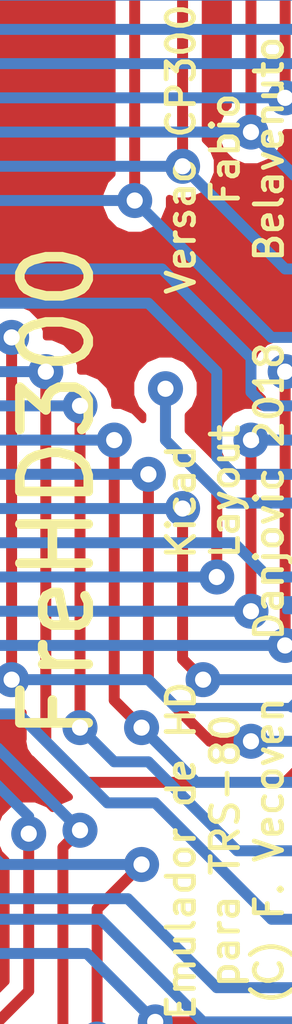
<source format=kicad_pcb>
(kicad_pcb (version 20171130) (host pcbnew 6.0.0-rc1-unknown-7c77b92~66~ubuntu14.04.1)
  (title_block (title FreHD300) (date 2018-11-12) (rev -) (comment 1 "Placa de circuito impresso por Daniel Jose Viana - danjovic@hotmail.com") (comment 2 "Modificação para CP300 por Fabio Belavenuto") (comment 3 "Baseado no projeto FreeHD V3.01 (c) F. Vecoven") (comment 4 "Emulador de HD padrao TRS-80 Compativel com CP300"))
  (layers (0 Top signal hide) (31 Bottom signal hide) (34 B.Paste user) (35 F.Paste user) (36 B.SilkS user) (37 F.SilkS user) (38 B.Mask user) (39 F.Mask user hide) (44 Edge.Cuts user))
  (net 0 "")
  (net 1 GND)
  (net 2 A0)
  (net 3 A1)
  (net 4 A2)
  (net 5 A3)
  (net 6 ~RD)
  (net 7 SPARE1)
  (net 8 ~PICSEL)
  (net 9 ~PICWAIT)
  (net 10 +5V)
  (net 11 DD0)
  (net 12 DD1)
  (net 13 DD2)
  (net 14 DD3)
  (net 15 DD4)
  (net 16 DD5)
  (net 17 DD6)
  (net 18 DD7)
  (net 19 SPI_SDO)
  (net 20 SPI_CLK)
  (net 21 STAT_CS)
  (net 22 RTC)
  (net 23 SCL)
  (net 24 SDA)
  (net 25 SD_CD)
  (net 26 SD_WRPROT)
  (net 27 +3V3)
  (net 28 SPI_SDI)
  (net 29 SD_CS)
  (net 30 CTS)
  (net 31 RTS)
  (net 32 TX)
  (net 33 RX)
  (net 34 LED1)
  (net 35 LED0)
  (net 36 SPARE2)
  (net 37 /hd2_1/~STAT_OE)
  (net 38 /hd2_1/~WR)
  (net 39 /hd2_1/~BUSINT)
  (net 40 /hd2_1/~BUSWAIT)
  (net 41 /hd2_1/~EXTIOSEL)
  (net 42 /hd2_1/~IORQ)
  (net 43 /hd2_1/A7)
  (net 44 /hd2_1/A6)
  (net 45 /hd2_1/A5)
  (net 46 /hd2_1/A4)
  (net 47 /hd2_1/D7)
  (net 48 /hd2_1/D3)
  (net 49 /hd2_1/D4)
  (net 50 /hd2_1/D2)
  (net 51 /hd2_1/D1)
  (net 52 /hd2_1/D6)
  (net 53 /hd2_1/D5)
  (net 54 /hd2_1/D0)
  (net 55 "Net-(IC6-Pad9)")
  (net 56 "Net-(B1-Pad+@1)")
  (net 57 "Net-(IC7-Pad2)")
  (net 58 "Net-(IC7-Pad1)")
  (net 59 /hd2_1/DAT2)
  (net 60 /hd2_1/CS)
  (net 61 /hd2_1/MOSI)
  (net 62 /hd2_1/SCLK)
  (net 63 /hd2_1/MISO)
  (net 64 /hd2_1/DAT1)
  (net 65 /hd2_1/_RTS)
  (net 66 /hd2_1/_CTS)
  (net 67 /hd2_1/_RX)
  (net 68 /hd2_1/_TX)
  (net 69 "Net-(C6-Pad-)")
  (net 70 "Net-(C10-Pad-)")
  (net 71 "Net-(C10-Pad+)")
  (net 72 "Net-(C11-Pad-)")
  (net 73 "Net-(C7-Pad+)")
  (net 74 "Net-(C11-Pad+)")
  (net 75 "Net-(LED1-PadA)")
  (net 76 "Net-(LED2-PadA)")
  (net 77 /hd2_1/~M1)
  (net 78 /hd2_1/~RESET)
  (net 79 "Net-(JP2-Pad33)")
  (net 80 /hd2_1/A9)
  (net 81 "Net-(JP2-Pad32)")
  (net 82 /hd2_1/A10)
  (net 83 /hd2_1/A8)
  (net 84 "Net-(JP2-Pad10)")
  (net 85 "Net-(JP2-Pad6)")
  (net 86 "Net-(IC4-Pad12)")
  (net 87 "Net-(IC4-Pad11)")
  (net 88 "Net-(IC4-Pad10)")
  (net 89 "Net-(IC4-Pad6)")
  (net 90 "Net-(IC4-Pad8)")
  (net 91 "Net-(C3-Pad2)")
  (net 92 "Net-(C2-Pad2)")
  (net 93 /hd2_2/MCLR)
  (net 94 /hd2_1/~DES_ROMD)
  (net 95 /hd2_1/ROMD_CS)
  (module hd2:06132 (layer Top) (at 116.9256 82.0039 90)
    (fp_text reference J2 hide)
    (fp_text value SDMMC06132 hide)
    (pad "" np_thru_hole circle (at 9.5 2.1 90) (size 1.6 1.6) (drill 1.6) (layers *.Cu *.Mask))
    (pad "" np_thru_hole circle (at -11.6 2.1 90) (size 1.1 1.1) (drill 1.1) (layers *.Cu *.Mask))
    (pad COM smd rect (at 11.7 0.9 180) (size 2.8 2) (layers Top F.Paste F.Mask) (net 1 GND))
    (pad CD smd rect (at -11 -0.9 180) (size 4 0.7) (layers Top F.Paste F.Mask) (net 25 SD_CD))
    (pad 9 smd rect (at 9.4 -0.9 180) (size 4 1.2) (layers Top F.Paste F.Mask) (net 59 /hd2_1/DAT2))
    (pad 3 smd rect (at 1.9 -0.9 180) (size 4 1.2) (layers Top F.Paste F.Mask) (net 1 GND))
    (pad 1 smd rect (at 6.9 -0.9 180) (size 4 1.2) (layers Top F.Paste F.Mask) (net 60 /hd2_1/CS))
    (pad 4 smd rect (at -0.6 -0.9 180) (size 4 1.2) (layers Top F.Paste F.Mask) (net 27 +3V3))
    (pad 2 smd rect (at 4.4 -0.9 180) (size 4 1.2) (layers Top F.Paste F.Mask) (net 61 /hd2_1/MOSI))
    (pad 5 smd rect (at -3.1 -0.9 180) (size 4 1.2) (layers Top F.Paste F.Mask) (net 62 /hd2_1/SCLK))
    (pad 6 smd rect (at -5.6 -0.9 180) (size 4 1.2) (layers Top F.Paste F.Mask) (net 1 GND))
    (pad 7 smd rect (at -8.1 -0.9 180) (size 4 1.2) (layers Top F.Paste F.Mask) (net 63 /hd2_1/MISO))
    (pad 8 smd rect (at -9.7 -0.9 180) (size 4 0.7) (layers Top F.Paste F.Mask) (net 64 /hd2_1/DAT1))
    (pad WP smd rect (at -12.2 -0.9 180) (size 4 0.7) (layers Top F.Paste F.Mask) (net 26 SD_WRPROT))
    (pad SHL@1 smd rect (at -13.9 1 180) (size 2.8 2) (layers Top F.Paste F.Mask) (net 1 GND))
    (pad SHL@3 smd rect (at 14.1 23.07 180) (size 2.8 2) (layers Top F.Paste F.Mask) (net 1 GND))
    (pad SHL@2 smd rect (at -13.8 23.07 180) (size 2.8 2) (layers Top F.Paste F.Mask) (net 1 GND))
  )
  (module hd2:PDIP-40 (layer Top) (at 104.14 129.54 90)
    (fp_text reference U1 (at -17.272 -11.43 -180) (layer F.SilkS) (effects (font (size 1.6891 1.6891) (thickness 0.16891)) (justify left bottom)))
    (fp_text value PIC18F4620)
    (fp_text user 40 (at -19.812 -4.826 180) (layer F.SilkS) (effects (font (size 1.2065 1.2065) (thickness 0.1016)) (justify left bottom)))
    (fp_text user 21 (at 28.448 -4.572 180) (layer F.SilkS) (effects (font (size 1.2065 1.2065) (thickness 0.1016)) (justify left bottom)))
    (fp_text user 20 (at 28.448 4.826 180) (layer F.SilkS) (effects (font (size 1.2065 1.2065) (thickness 0.1016)) (justify left bottom)))
    (fp_text user 1 (at -19.812 6.096 180) (layer F.SilkS) (effects (font (size 1.2065 1.2065) (thickness 0.1016)) (justify left bottom)))
    (pad 40 thru_hole oval (at -19.05 -6.35 180) (size 2.6416 1.3208) (drill 0.8128) (layers *.Cu *.Mask) (net 35 LED0))
    (pad 39 thru_hole oval (at -16.51 -6.35 180) (size 2.6416 1.3208) (drill 0.8128) (layers *.Cu *.Mask) (net 34 LED1))
    (pad 38 thru_hole oval (at -13.97 -6.35 180) (size 2.6416 1.3208) (drill 0.8128) (layers *.Cu *.Mask) (net 26 SD_WRPROT))
    (pad 37 thru_hole oval (at -11.43 -6.35 180) (size 2.6416 1.3208) (drill 0.8128) (layers *.Cu *.Mask) (net 25 SD_CD))
    (pad 36 thru_hole oval (at -8.89 -6.35 180) (size 2.6416 1.3208) (drill 0.8128) (layers *.Cu *.Mask) (net 9 ~PICWAIT))
    (pad 35 thru_hole oval (at -6.35 -6.35 180) (size 2.6416 1.3208) (drill 0.8128) (layers *.Cu *.Mask) (net 22 RTC))
    (pad 34 thru_hole oval (at -3.81 -6.35 180) (size 2.6416 1.3208) (drill 0.8128) (layers *.Cu *.Mask) (net 8 ~PICSEL))
    (pad 33 thru_hole oval (at -1.27 -6.35 180) (size 2.6416 1.3208) (drill 0.8128) (layers *.Cu *.Mask) (net 7 SPARE1))
    (pad 32 thru_hole oval (at 1.27 -6.35 180) (size 2.6416 1.3208) (drill 0.8128) (layers *.Cu *.Mask) (net 10 +5V))
    (pad 31 thru_hole oval (at 3.81 -6.35 180) (size 2.6416 1.3208) (drill 0.8128) (layers *.Cu *.Mask) (net 1 GND))
    (pad 30 thru_hole oval (at 6.35 -6.35 180) (size 2.6416 1.3208) (drill 0.8128) (layers *.Cu *.Mask) (net 18 DD7))
    (pad 29 thru_hole oval (at 8.89 -6.35 180) (size 2.6416 1.3208) (drill 0.8128) (layers *.Cu *.Mask) (net 17 DD6))
    (pad 28 thru_hole oval (at 11.43 -6.35 180) (size 2.6416 1.3208) (drill 0.8128) (layers *.Cu *.Mask) (net 16 DD5))
    (pad 27 thru_hole oval (at 13.97 -6.35 180) (size 2.6416 1.3208) (drill 0.8128) (layers *.Cu *.Mask) (net 15 DD4))
    (pad 26 thru_hole oval (at 16.51 -6.35 180) (size 2.6416 1.3208) (drill 0.8128) (layers *.Cu *.Mask) (net 33 RX))
    (pad 25 thru_hole oval (at 19.05 -6.35 180) (size 2.6416 1.3208) (drill 0.8128) (layers *.Cu *.Mask) (net 32 TX))
    (pad 24 thru_hole oval (at 21.59 -6.35 180) (size 2.6416 1.3208) (drill 0.8128) (layers *.Cu *.Mask) (net 19 SPI_SDO))
    (pad 23 thru_hole oval (at 24.13 -6.35 180) (size 2.6416 1.3208) (drill 0.8128) (layers *.Cu *.Mask) (net 28 SPI_SDI))
    (pad 22 thru_hole oval (at 26.67 -6.35 180) (size 2.6416 1.3208) (drill 0.8128) (layers *.Cu *.Mask) (net 14 DD3))
    (pad 21 thru_hole oval (at 29.21 -6.35 180) (size 2.6416 1.3208) (drill 0.8128) (layers *.Cu *.Mask) (net 13 DD2))
    (pad 20 thru_hole oval (at 29.21 8.89 180) (size 2.6416 1.3208) (drill 0.8128) (layers *.Cu *.Mask) (net 12 DD1))
    (pad 19 thru_hole oval (at 26.67 8.89 180) (size 2.6416 1.3208) (drill 0.8128) (layers *.Cu *.Mask) (net 11 DD0))
    (pad 18 thru_hole oval (at 24.13 8.89 180) (size 2.6416 1.3208) (drill 0.8128) (layers *.Cu *.Mask) (net 20 SPI_CLK))
    (pad 17 thru_hole oval (at 21.59 8.89 180) (size 2.6416 1.3208) (drill 0.8128) (layers *.Cu *.Mask) (net 23 SCL))
    (pad 16 thru_hole oval (at 19.05 8.89 180) (size 2.6416 1.3208) (drill 0.8128) (layers *.Cu *.Mask) (net 24 SDA))
    (pad 15 thru_hole oval (at 16.51 8.89 180) (size 2.6416 1.3208) (drill 0.8128) (layers *.Cu *.Mask) (net 21 STAT_CS))
    (pad 14 thru_hole oval (at 13.97 8.89 180) (size 2.6416 1.3208) (drill 0.8128) (layers *.Cu *.Mask) (net 91 "Net-(C3-Pad2)"))
    (pad 13 thru_hole oval (at 11.43 8.89 180) (size 2.6416 1.3208) (drill 0.8128) (layers *.Cu *.Mask) (net 92 "Net-(C2-Pad2)"))
    (pad 12 thru_hole oval (at 8.89 8.89 180) (size 2.6416 1.3208) (drill 0.8128) (layers *.Cu *.Mask) (net 1 GND))
    (pad 11 thru_hole oval (at 6.35 8.89 180) (size 2.6416 1.3208) (drill 0.8128) (layers *.Cu *.Mask) (net 10 +5V))
    (pad 10 thru_hole oval (at 3.81 8.89 180) (size 2.6416 1.3208) (drill 0.8128) (layers *.Cu *.Mask) (net 36 SPARE2))
    (pad 9 thru_hole oval (at 1.27 8.89 180) (size 2.6416 1.3208) (drill 0.8128) (layers *.Cu *.Mask) (net 30 CTS))
    (pad 8 thru_hole oval (at -1.27 8.89 180) (size 2.6416 1.3208) (drill 0.8128) (layers *.Cu *.Mask) (net 31 RTS))
    (pad 7 thru_hole oval (at -3.81 8.89 180) (size 2.6416 1.3208) (drill 0.8128) (layers *.Cu *.Mask) (net 29 SD_CS))
    (pad 6 thru_hole oval (at -6.35 8.89 180) (size 2.6416 1.3208) (drill 0.8128) (layers *.Cu *.Mask) (net 6 ~RD))
    (pad 5 thru_hole oval (at -8.89 8.89 180) (size 2.6416 1.3208) (drill 0.8128) (layers *.Cu *.Mask) (net 2 A0))
    (pad 4 thru_hole oval (at -11.43 8.89 180) (size 2.6416 1.3208) (drill 0.8128) (layers *.Cu *.Mask) (net 3 A1))
    (pad 3 thru_hole oval (at -13.97 8.89 180) (size 2.6416 1.3208) (drill 0.8128) (layers *.Cu *.Mask) (net 4 A2))
    (pad 2 thru_hole oval (at -16.51 8.89 180) (size 2.6416 1.3208) (drill 0.8128) (layers *.Cu *.Mask) (net 5 A3))
    (pad 1 thru_hole oval (at -19.05 8.89 180) (size 2.6416 1.3208) (drill 0.8128) (layers *.Cu *.Mask) (net 93 /hd2_2/MCLR))
  )
  (module hd2:CR2032H (layer Top) (at 129.54 129.54 135)
    (fp_text reference B1 (at -3.81 -11.938 225) (layer F.SilkS) (effects (font (size 1.2065 1.2065) (thickness 0.127)) (justify right top)))
    (fp_text value CR2032H)
    (fp_text user Lit.3V (at -2.921 5.08 135) (layer F.SilkS) (effects (font (size 1.2065 1.2065) (thickness 0.127)) (justify left bottom)))
    (pad +@4 thru_hole circle (at 0 -2.54 135) (size 2.54 2.54) (drill 1.1176) (layers *.Cu *.Mask) (net 56 "Net-(B1-Pad+@1)"))
    (pad +@3 thru_hole circle (at 0 -5.715 135) (size 2.54 2.54) (drill 1.1176) (layers *.Cu *.Mask) (net 56 "Net-(B1-Pad+@1)"))
    (pad +@2 thru_hole circle (at 0 -8.89 135) (size 2.54 2.54) (drill 1.1176) (layers *.Cu *.Mask) (net 56 "Net-(B1-Pad+@1)"))
    (pad - thru_hole circle (at 0 8.255 135) (size 2.54 2.54) (drill 1.1176) (layers *.Cu *.Mask) (net 1 GND))
    (pad +@1 thru_hole circle (at 0 -12.065 135) (size 2.54 2.54) (drill 1.1176) (layers *.Cu *.Mask) (net 56 "Net-(B1-Pad+@1)"))
  )
  (module hd2:DIL28 (layer Top) (at 64.77 129.54 90)
    (fp_text reference IC8 (at -20.828 6.604 -180) (layer F.SilkS) (effects (font (size 1.6891 1.6891) (thickness 0.14224)) (justify left bottom)))
    (fp_text value 2764)
    (pad 28 thru_hole oval (at -16.51 -7.62 180) (size 2.6416 1.3208) (drill 0.8128) (layers *.Cu *.Mask) (net 10 +5V))
    (pad 27 thru_hole oval (at -13.97 -7.62 180) (size 2.6416 1.3208) (drill 0.8128) (layers *.Cu *.Mask) (net 10 +5V))
    (pad 26 thru_hole oval (at -11.43 -7.62 180) (size 2.6416 1.3208) (drill 0.8128) (layers *.Cu *.Mask))
    (pad 25 thru_hole oval (at -8.89 -7.62 180) (size 2.6416 1.3208) (drill 0.8128) (layers *.Cu *.Mask) (net 83 /hd2_1/A8))
    (pad 24 thru_hole oval (at -6.35 -7.62 180) (size 2.6416 1.3208) (drill 0.8128) (layers *.Cu *.Mask) (net 80 /hd2_1/A9))
    (pad 23 thru_hole oval (at -3.81 -7.62 180) (size 2.6416 1.3208) (drill 0.8128) (layers *.Cu *.Mask) (net 1 GND))
    (pad 22 thru_hole oval (at -1.27 -7.62 180) (size 2.6416 1.3208) (drill 0.8128) (layers *.Cu *.Mask) (net 94 /hd2_1/~DES_ROMD))
    (pad 21 thru_hole oval (at 1.27 -7.62 180) (size 2.6416 1.3208) (drill 0.8128) (layers *.Cu *.Mask) (net 82 /hd2_1/A10))
    (pad 20 thru_hole oval (at 3.81 -7.62 180) (size 2.6416 1.3208) (drill 0.8128) (layers *.Cu *.Mask) (net 94 /hd2_1/~DES_ROMD))
    (pad 19 thru_hole oval (at 6.35 -7.62 180) (size 2.6416 1.3208) (drill 0.8128) (layers *.Cu *.Mask) (net 54 /hd2_1/D0))
    (pad 18 thru_hole oval (at 8.89 -7.62 180) (size 2.6416 1.3208) (drill 0.8128) (layers *.Cu *.Mask) (net 51 /hd2_1/D1))
    (pad 17 thru_hole oval (at 11.43 -7.62 180) (size 2.6416 1.3208) (drill 0.8128) (layers *.Cu *.Mask) (net 50 /hd2_1/D2))
    (pad 16 thru_hole oval (at 13.97 -7.62 180) (size 2.6416 1.3208) (drill 0.8128) (layers *.Cu *.Mask) (net 48 /hd2_1/D3))
    (pad 15 thru_hole oval (at 16.51 -7.62 180) (size 2.6416 1.3208) (drill 0.8128) (layers *.Cu *.Mask) (net 49 /hd2_1/D4))
    (pad 14 thru_hole oval (at 16.51 7.62 180) (size 2.6416 1.3208) (drill 0.8128) (layers *.Cu *.Mask) (net 1 GND))
    (pad 13 thru_hole oval (at 13.97 7.62 180) (size 2.6416 1.3208) (drill 0.8128) (layers *.Cu *.Mask) (net 53 /hd2_1/D5))
    (pad 12 thru_hole oval (at 11.43 7.62 180) (size 2.6416 1.3208) (drill 0.8128) (layers *.Cu *.Mask) (net 52 /hd2_1/D6))
    (pad 11 thru_hole oval (at 8.89 7.62 180) (size 2.6416 1.3208) (drill 0.8128) (layers *.Cu *.Mask) (net 47 /hd2_1/D7))
    (pad 10 thru_hole oval (at 6.35 7.62 180) (size 2.6416 1.3208) (drill 0.8128) (layers *.Cu *.Mask) (net 2 A0))
    (pad 9 thru_hole oval (at 3.81 7.62 180) (size 2.6416 1.3208) (drill 0.8128) (layers *.Cu *.Mask) (net 3 A1))
    (pad 5 thru_hole oval (at -6.35 7.62 180) (size 2.6416 1.3208) (drill 0.8128) (layers *.Cu *.Mask) (net 45 /hd2_1/A5))
    (pad 6 thru_hole oval (at -3.81 7.62 180) (size 2.6416 1.3208) (drill 0.8128) (layers *.Cu *.Mask) (net 46 /hd2_1/A4))
    (pad 4 thru_hole oval (at -8.89 7.62 180) (size 2.6416 1.3208) (drill 0.8128) (layers *.Cu *.Mask) (net 44 /hd2_1/A6))
    (pad 3 thru_hole oval (at -11.43 7.62 180) (size 2.6416 1.3208) (drill 0.8128) (layers *.Cu *.Mask) (net 43 /hd2_1/A7))
    (pad 8 thru_hole oval (at 1.27 7.62 180) (size 2.6416 1.3208) (drill 0.8128) (layers *.Cu *.Mask) (net 4 A2))
    (pad 7 thru_hole oval (at -1.27 7.62 180) (size 2.6416 1.3208) (drill 0.8128) (layers *.Cu *.Mask) (net 5 A3))
    (pad 2 thru_hole oval (at -13.97 7.62 180) (size 2.6416 1.3208) (drill 0.8128) (layers *.Cu *.Mask) (net 1 GND))
    (pad 1 thru_hole oval (at -16.51 7.62 180) (size 2.6416 1.3208) (drill 0.8128) (layers *.Cu *.Mask) (net 10 +5V))
  )
  (module hd2:E2-4 (layer Top) (at 66.675 79.375 180)
    (fp_text reference C10 (at -5.969 0.381) (layer F.SilkS) (effects (font (size 1.2065 1.2065) (thickness 0.12065)) (justify right top)))
    (fp_text value 1u)
    (pad + thru_hole circle (at -1.016 0 180) (size 1.27 1.27) (drill 0.8128) (layers *.Cu *.Mask) (net 71 "Net-(C10-Pad+)"))
    (pad - thru_hole circle (at 1.016 0 180) (size 1.27 1.27) (drill 0.8128) (layers *.Cu *.Mask) (net 70 "Net-(C10-Pad-)"))
  )
  (module hd2:DIL20 (layer Top) (at 83.82 106.68 270)
    (fp_text reference IC3 (at -9.398 5.588 90) (layer F.SilkS) (effects (font (size 1.2065 1.2065) (thickness 0.09652)) (justify left bottom)))
    (fp_text value 74HCT245N)
    (pad 20 thru_hole oval (at -11.43 -3.81) (size 2.6416 1.3208) (drill 0.8128) (layers *.Cu *.Mask) (net 10 +5V))
    (pad 19 thru_hole oval (at -8.89 -3.81) (size 2.6416 1.3208) (drill 0.8128) (layers *.Cu *.Mask) (net 8 ~PICSEL))
    (pad 18 thru_hole oval (at -6.35 -3.81) (size 2.6416 1.3208) (drill 0.8128) (layers *.Cu *.Mask) (net 11 DD0))
    (pad 17 thru_hole oval (at -3.81 -3.81) (size 2.6416 1.3208) (drill 0.8128) (layers *.Cu *.Mask) (net 12 DD1))
    (pad 16 thru_hole oval (at -1.27 -3.81) (size 2.6416 1.3208) (drill 0.8128) (layers *.Cu *.Mask) (net 13 DD2))
    (pad 15 thru_hole oval (at 1.27 -3.81) (size 2.6416 1.3208) (drill 0.8128) (layers *.Cu *.Mask) (net 14 DD3))
    (pad 14 thru_hole oval (at 3.81 -3.81) (size 2.6416 1.3208) (drill 0.8128) (layers *.Cu *.Mask) (net 15 DD4))
    (pad 13 thru_hole oval (at 6.35 -3.81) (size 2.6416 1.3208) (drill 0.8128) (layers *.Cu *.Mask) (net 16 DD5))
    (pad 12 thru_hole oval (at 8.89 -3.81) (size 2.6416 1.3208) (drill 0.8128) (layers *.Cu *.Mask) (net 17 DD6))
    (pad 11 thru_hole oval (at 11.43 -3.81) (size 2.6416 1.3208) (drill 0.8128) (layers *.Cu *.Mask) (net 18 DD7))
    (pad 10 thru_hole oval (at 11.43 3.81) (size 2.6416 1.3208) (drill 0.8128) (layers *.Cu *.Mask) (net 1 GND))
    (pad 9 thru_hole oval (at 8.89 3.81) (size 2.6416 1.3208) (drill 0.8128) (layers *.Cu *.Mask) (net 47 /hd2_1/D7))
    (pad 5 thru_hole oval (at -1.27 3.81) (size 2.6416 1.3208) (drill 0.8128) (layers *.Cu *.Mask) (net 48 /hd2_1/D3))
    (pad 6 thru_hole oval (at 1.27 3.81) (size 2.6416 1.3208) (drill 0.8128) (layers *.Cu *.Mask) (net 49 /hd2_1/D4))
    (pad 4 thru_hole oval (at -3.81 3.81) (size 2.6416 1.3208) (drill 0.8128) (layers *.Cu *.Mask) (net 50 /hd2_1/D2))
    (pad 3 thru_hole oval (at -6.35 3.81) (size 2.6416 1.3208) (drill 0.8128) (layers *.Cu *.Mask) (net 51 /hd2_1/D1))
    (pad 8 thru_hole oval (at 6.35 3.81) (size 2.6416 1.3208) (drill 0.8128) (layers *.Cu *.Mask) (net 52 /hd2_1/D6))
    (pad 7 thru_hole oval (at 3.81 3.81) (size 2.6416 1.3208) (drill 0.8128) (layers *.Cu *.Mask) (net 53 /hd2_1/D5))
    (pad 2 thru_hole oval (at -8.89 3.81) (size 2.6416 1.3208) (drill 0.8128) (layers *.Cu *.Mask) (net 54 /hd2_1/D0))
    (pad 1 thru_hole oval (at -11.43 3.81) (size 2.6416 1.3208) (drill 0.8128) (layers *.Cu *.Mask) (net 6 ~RD))
  )
  (module hd2:P1-10 (layer Top) (at 47.625 153.035 90)
    (fp_text reference TP2 hide)
    (fp_text value PTR1PAD1-10 hide)
    (pad TP thru_hole circle (at 0 0 90) (size 1.651 1.651) (drill 0.8128) (layers *.Cu *.Mask) (net 7 SPARE1))
  )
  (module hd2:M09HP (layer Top) (at 45.72 80.01 270)
    (fp_text reference X1 (at -14.732 -7.112) (layer F.SilkS) (effects (font (size 1.6891 1.6891) (thickness 0.1778)) (justify right top)))
    (fp_text value M09?SHP)
    (fp_text user M09 (at -7.62 9.779 270) (layer F.SilkS) (effects (font (size 1.2065 1.2065) (thickness 0.127)) (justify left bottom)))
    (fp_text user 2,54 (at -13.589 6.858) (layer F.SilkS) (effects (font (size 1.2065 1.2065) (thickness 0.127)) (justify left bottom)))
    (fp_text user 6 (at -7.62 2.032 270) (layer F.SilkS) (effects (font (size 1.2065 1.2065) (thickness 0.127)) (justify left bottom)))
    (fp_text user 9 (at 7.239 1.905 270) (layer F.SilkS) (effects (font (size 1.2065 1.2065) (thickness 0.127)) (justify left bottom)))
    (fp_text user 5 (at 7.239 -0.635 270) (layer F.SilkS) (effects (font (size 1.2065 1.2065) (thickness 0.127)) (justify left bottom)))
    (fp_text user 1 (at -7.62 -0.635 270) (layer F.SilkS) (effects (font (size 1.2065 1.2065) (thickness 0.127)) (justify left bottom)))
    (pad G2 thru_hole circle (at 12.5222 0 270) (size 5.08 5.08) (drill 3.302) (layers *.Cu *.Mask))
    (pad G1 thru_hole circle (at -12.5222 0 270) (size 5.08 5.08) (drill 3.302) (layers *.Cu *.Mask))
    (pad 6 thru_hole circle (at -4.1148 1.27 270) (size 1.524 1.524) (drill 1.016) (layers *.Cu *.Mask))
    (pad 7 thru_hole circle (at -1.3716 1.27 270) (size 1.524 1.524) (drill 1.016) (layers *.Cu *.Mask) (net 65 /hd2_1/_RTS))
    (pad 8 thru_hole circle (at 1.3716 1.27 270) (size 1.524 1.524) (drill 1.016) (layers *.Cu *.Mask) (net 66 /hd2_1/_CTS))
    (pad 9 thru_hole circle (at 4.1148 1.27 270) (size 1.524 1.524) (drill 1.016) (layers *.Cu *.Mask))
    (pad 1 thru_hole circle (at -5.4864 -1.27 270) (size 1.524 1.524) (drill 1.016) (layers *.Cu *.Mask))
    (pad 2 thru_hole circle (at -2.7432 -1.27 270) (size 1.524 1.524) (drill 1.016) (layers *.Cu *.Mask) (net 67 /hd2_1/_RX))
    (pad 3 thru_hole circle (at 0 -1.27 270) (size 1.524 1.524) (drill 1.016) (layers *.Cu *.Mask) (net 68 /hd2_1/_TX))
    (pad 4 thru_hole circle (at 2.7432 -1.27 270) (size 1.524 1.524) (drill 1.016) (layers *.Cu *.Mask))
    (pad 5 thru_hole circle (at 5.4864 -1.27 270) (size 1.524 1.524) (drill 1.016) (layers *.Cu *.Mask) (net 1 GND))
  )
  (module hd2:E2-4 (layer Top) (at 55.245 93.98 180)
    (fp_text reference C8 (at 2.159 2.032) (layer F.SilkS) (effects (font (size 1.2065 1.2065) (thickness 0.12065)) (justify right top)))
    (fp_text value 1u)
    (pad + thru_hole circle (at -1.016 0 180) (size 1.27 1.27) (drill 0.8128) (layers *.Cu *.Mask) (net 10 +5V))
    (pad - thru_hole circle (at 1.016 0 180) (size 1.27 1.27) (drill 0.8128) (layers *.Cu *.Mask) (net 1 GND))
  )
  (module Patola:PB-207-estreita (layer Top) (at 34 110)
    (fp_text reference REF** hide)
    (fp_text value PB-207-estreita)
    (fp_line (start 108 -46.5) (end 0 -46.5) (layer Edge.Cuts) (width 0.12))
    (fp_line (start 108 46.5) (end 108 -46.5) (layer Edge.Cuts) (width 0.12))
    (fp_line (start 0 46.5) (end 108 46.5) (layer Edge.Cuts) (width 0.12))
    (fp_line (start 0 0) (end 0 46.5) (layer Edge.Cuts) (width 0.12))
    (fp_line (start 0 -46.5) (end 0 0) (layer Edge.Cuts) (width 0.12))
    (pad 4 thru_hole circle (at 95 -44) (size 2.8 2.8) (drill 2.8) (layers *.Cu *.Mask))
    (pad 3 thru_hole circle (at 95 44) (size 2.8 2.8) (drill 2.8) (layers *.Cu *.Mask))
    (pad 2 thru_hole circle (at 33 -44) (size 2.8 2.8) (drill 2.8) (layers *.Cu *.Mask))
    (pad 1 thru_hole circle (at 33 44 90) (size 2.8 2.8) (drill 2.8) (layers *.Cu *.Mask))
  )
  (module hd2:2X17_90 (layer Top) (at 34.671 125.73 90)
    (fp_text reference JP2 (at -23.876 1.397 180) (layer F.SilkS) (effects (font (size 1.2065 1.2065) (thickness 0.127)) (justify left bottom)))
    (fp_text value PINHD-2X17_90)
    (pad 2 thru_hole circle (at -20.32 3.81 90) (size 1.524 1.524) (drill 1.016) (layers *.Cu *.Mask) (net 40 /hd2_1/~BUSWAIT))
    (pad 4 thru_hole circle (at -17.78 3.81 90) (size 1.524 1.524) (drill 1.016) (layers *.Cu *.Mask) (net 39 /hd2_1/~BUSINT))
    (pad 6 thru_hole circle (at -15.24 3.81 90) (size 1.524 1.524) (drill 1.016) (layers *.Cu *.Mask) (net 85 "Net-(JP2-Pad6)"))
    (pad 8 thru_hole circle (at -12.7 3.81 90) (size 1.524 1.524) (drill 1.016) (layers *.Cu *.Mask) (net 77 /hd2_1/~M1))
    (pad 10 thru_hole circle (at -10.16 3.81 90) (size 1.524 1.524) (drill 1.016) (layers *.Cu *.Mask) (net 84 "Net-(JP2-Pad10)"))
    (pad 12 thru_hole circle (at -7.62 3.81 90) (size 1.524 1.524) (drill 1.016) (layers *.Cu *.Mask) (net 2 A0))
    (pad 14 thru_hole circle (at -5.08 3.81 90) (size 1.524 1.524) (drill 1.016) (layers *.Cu *.Mask) (net 4 A2))
    (pad 16 thru_hole circle (at -2.54 3.81 90) (size 1.524 1.524) (drill 1.016) (layers *.Cu *.Mask) (net 46 /hd2_1/A4))
    (pad 18 thru_hole circle (at 0 3.81 90) (size 1.524 1.524) (drill 1.016) (layers *.Cu *.Mask) (net 44 /hd2_1/A6))
    (pad 20 thru_hole circle (at 2.54 3.81 90) (size 1.524 1.524) (drill 1.016) (layers *.Cu *.Mask) (net 83 /hd2_1/A8))
    (pad 22 thru_hole circle (at 5.08 3.81 90) (size 1.524 1.524) (drill 1.016) (layers *.Cu *.Mask) (net 82 /hd2_1/A10))
    (pad 24 thru_hole circle (at 7.62 3.81 90) (size 1.524 1.524) (drill 1.016) (layers *.Cu *.Mask) (net 51 /hd2_1/D1))
    (pad 26 thru_hole circle (at 10.16 3.81 90) (size 1.524 1.524) (drill 1.016) (layers *.Cu *.Mask) (net 48 /hd2_1/D3))
    (pad 28 thru_hole circle (at 12.7 3.81 90) (size 1.524 1.524) (drill 1.016) (layers *.Cu *.Mask) (net 53 /hd2_1/D5))
    (pad 30 thru_hole circle (at 15.24 3.81 90) (size 1.524 1.524) (drill 1.016) (layers *.Cu *.Mask) (net 47 /hd2_1/D7))
    (pad 32 thru_hole circle (at 17.78 3.81 90) (size 1.524 1.524) (drill 1.016) (layers *.Cu *.Mask) (net 81 "Net-(JP2-Pad32)"))
    (pad 34 thru_hole circle (at 20.32 3.81 90) (size 1.524 1.524) (drill 1.016) (layers *.Cu *.Mask) (net 1 GND))
    (pad 1 thru_hole rect (at -20.32 6.35 90) (size 1.524 1.524) (drill 1.016) (layers *.Cu *.Mask) (net 95 /hd2_1/ROMD_CS))
    (pad 3 thru_hole circle (at -17.78 6.35 90) (size 1.524 1.524) (drill 1.016) (layers *.Cu *.Mask) (net 42 /hd2_1/~IORQ))
    (pad 5 thru_hole circle (at -15.24 6.35 90) (size 1.524 1.524) (drill 1.016) (layers *.Cu *.Mask) (net 38 /hd2_1/~WR))
    (pad 7 thru_hole circle (at -12.7 6.35 90) (size 1.524 1.524) (drill 1.016) (layers *.Cu *.Mask) (net 78 /hd2_1/~RESET))
    (pad 9 thru_hole circle (at -10.16 6.35 90) (size 1.524 1.524) (drill 1.016) (layers *.Cu *.Mask) (net 6 ~RD))
    (pad 11 thru_hole circle (at -7.62 6.35 90) (size 1.524 1.524) (drill 1.016) (layers *.Cu *.Mask) (net 3 A1))
    (pad 13 thru_hole circle (at -5.08 6.35 90) (size 1.524 1.524) (drill 1.016) (layers *.Cu *.Mask) (net 5 A3))
    (pad 15 thru_hole circle (at -2.54 6.35 90) (size 1.524 1.524) (drill 1.016) (layers *.Cu *.Mask) (net 45 /hd2_1/A5))
    (pad 17 thru_hole circle (at 0 6.35 90) (size 1.524 1.524) (drill 1.016) (layers *.Cu *.Mask) (net 43 /hd2_1/A7))
    (pad 19 thru_hole circle (at 2.54 6.35 90) (size 1.524 1.524) (drill 1.016) (layers *.Cu *.Mask) (net 80 /hd2_1/A9))
    (pad 21 thru_hole circle (at 5.08 6.35 90) (size 1.524 1.524) (drill 1.016) (layers *.Cu *.Mask) (net 94 /hd2_1/~DES_ROMD))
    (pad 23 thru_hole circle (at 7.62 6.35 90) (size 1.524 1.524) (drill 1.016) (layers *.Cu *.Mask) (net 54 /hd2_1/D0))
    (pad 25 thru_hole circle (at 10.16 6.35 90) (size 1.524 1.524) (drill 1.016) (layers *.Cu *.Mask) (net 50 /hd2_1/D2))
    (pad 27 thru_hole circle (at 12.7 6.35 90) (size 1.524 1.524) (drill 1.016) (layers *.Cu *.Mask) (net 49 /hd2_1/D4))
    (pad 29 thru_hole circle (at 15.24 6.35 90) (size 1.524 1.524) (drill 1.016) (layers *.Cu *.Mask) (net 52 /hd2_1/D6))
    (pad 31 thru_hole circle (at 17.78 6.35 90) (size 1.524 1.524) (drill 1.016) (layers *.Cu *.Mask) (net 10 +5V))
    (pad 33 thru_hole circle (at 20.32 6.35 90) (size 1.524 1.524) (drill 1.016) (layers *.Cu *.Mask) (net 79 "Net-(JP2-Pad33)"))
  )
  (module hd2:HC49U-V (layer Top) (at 118.745 115.57 90)
    (fp_text reference XT2 (at 5.842 -1.905 180) (layer F.SilkS) (effects (font (size 1.2065 1.2065) (thickness 0.12065)) (justify left bottom)))
    (fp_text value 10MHz)
    (pad 1 thru_hole circle (at -2.413 0 90) (size 1.778 1.778) (drill 0.8128) (layers *.Cu *.Mask) (net 92 "Net-(C2-Pad2)"))
    (pad 2 thru_hole circle (at 2.413 0 90) (size 1.778 1.778) (drill 0.8128) (layers *.Cu *.Mask) (net 91 "Net-(C3-Pad2)"))
  )
  (module hd2:9P-SMD-W_-RING (layer Top) (at 129.6256 83.9089)
    (fp_text reference J1)
    (fp_text value MICROSD-9P)
    (pad 1 smd rect (at 0 -4.4) (size 1.524 0.762) (layers Top F.Paste F.Mask) (net 59 /hd2_1/DAT2))
    (pad 2 smd rect (at 0 -3.3) (size 1.524 0.762) (layers Top F.Paste F.Mask) (net 60 /hd2_1/CS))
    (pad 3 smd rect (at 0 -2.2) (size 1.524 0.762) (layers Top F.Paste F.Mask) (net 61 /hd2_1/MOSI))
    (pad 4 smd rect (at 0 -1.1) (size 1.524 0.762) (layers Top F.Paste F.Mask) (net 27 +3V3))
    (pad 5 smd rect (at 0 0) (size 1.524 0.762) (layers Top F.Paste F.Mask) (net 62 /hd2_1/SCLK))
    (pad 6 smd rect (at 0 1.1) (size 1.524 0.762) (layers Top F.Paste F.Mask) (net 1 GND))
    (pad 7 smd rect (at 0 2.2) (size 1.524 0.762) (layers Top F.Paste F.Mask) (net 63 /hd2_1/MISO))
    (pad 8 smd rect (at 0 3.3) (size 1.524 0.762) (layers Top F.Paste F.Mask) (net 64 /hd2_1/DAT1))
    (pad CD smd rect (at 0 4.4) (size 1.524 0.762) (layers Top F.Paste F.Mask) (net 29 SD_CS))
    (pad COM smd rect (at 0.6 5.746) (size 1.524 1.016) (layers Top F.Paste F.Mask) (net 1 GND))
    (pad SHL@3 smd rect (at 10.373 5.4) (size 2.032 1.524) (layers Top F.Paste F.Mask) (net 1 GND))
    (pad SHL@1 smd rect (at 0.392 -9.181) (size 1.524 1.524) (layers Top F.Paste F.Mask) (net 1 GND))
    (pad SHL@2 smd rect (at 10.373 -10) (size 2.032 1.524) (layers Top F.Paste F.Mask) (net 1 GND))
    (pad "" np_thru_hole circle (at 10.9 2.6) (size 0.889 0.889) (drill 0.889) (layers *.Cu *.Mask))
    (pad "" np_thru_hole circle (at 10.9 -5.4) (size 0.889 0.889) (drill 0.889) (layers *.Cu *.Mask))
  )
  (module hd2:DIL20 (layer Top) (at 83.82 134.62 270)
    (fp_text reference IC2 (at -8.89 5.588 90) (layer F.SilkS) (effects (font (size 1.2065 1.2065) (thickness 0.12065)) (justify left bottom)))
    (fp_text value GAL16V8)
    (pad 20 thru_hole oval (at -11.43 -3.81) (size 2.6416 1.3208) (drill 0.8128) (layers *.Cu *.Mask) (net 10 +5V))
    (pad 19 thru_hole oval (at -8.89 -3.81) (size 2.6416 1.3208) (drill 0.8128) (layers *.Cu *.Mask) (net 37 /hd2_1/~STAT_OE))
    (pad 18 thru_hole oval (at -6.35 -3.81) (size 2.6416 1.3208) (drill 0.8128) (layers *.Cu *.Mask) (net 38 /hd2_1/~WR))
    (pad 17 thru_hole oval (at -3.81 -3.81) (size 2.6416 1.3208) (drill 0.8128) (layers *.Cu *.Mask) (net 7 SPARE1))
    (pad 16 thru_hole oval (at -1.27 -3.81) (size 2.6416 1.3208) (drill 0.8128) (layers *.Cu *.Mask) (net 39 /hd2_1/~BUSINT))
    (pad 15 thru_hole oval (at 1.27 -3.81) (size 2.6416 1.3208) (drill 0.8128) (layers *.Cu *.Mask) (net 40 /hd2_1/~BUSWAIT))
    (pad 14 thru_hole oval (at 3.81 -3.81) (size 2.6416 1.3208) (drill 0.8128) (layers *.Cu *.Mask) (net 41 /hd2_1/~EXTIOSEL))
    (pad 13 thru_hole oval (at 6.35 -3.81) (size 2.6416 1.3208) (drill 0.8128) (layers *.Cu *.Mask) (net 8 ~PICSEL))
    (pad 12 thru_hole oval (at 8.89 -3.81) (size 2.6416 1.3208) (drill 0.8128) (layers *.Cu *.Mask) (net 9 ~PICWAIT))
    (pad 11 thru_hole oval (at 11.43 -3.81) (size 2.6416 1.3208) (drill 0.8128) (layers *.Cu *.Mask) (net 42 /hd2_1/~IORQ))
    (pad 10 thru_hole oval (at 11.43 3.81) (size 2.6416 1.3208) (drill 0.8128) (layers *.Cu *.Mask) (net 1 GND))
    (pad 9 thru_hole oval (at 8.89 3.81) (size 2.6416 1.3208) (drill 0.8128) (layers *.Cu *.Mask) (net 6 ~RD))
    (pad 8 thru_hole oval (at 6.35 3.81) (size 2.6416 1.3208) (drill 0.8128) (layers *.Cu *.Mask) (net 43 /hd2_1/A7))
    (pad 7 thru_hole oval (at 3.81 3.81) (size 2.6416 1.3208) (drill 0.8128) (layers *.Cu *.Mask) (net 44 /hd2_1/A6))
    (pad 6 thru_hole oval (at 1.27 3.81) (size 2.6416 1.3208) (drill 0.8128) (layers *.Cu *.Mask) (net 45 /hd2_1/A5))
    (pad 5 thru_hole oval (at -1.27 3.81) (size 2.6416 1.3208) (drill 0.8128) (layers *.Cu *.Mask) (net 46 /hd2_1/A4))
    (pad 4 thru_hole oval (at -3.81 3.81) (size 2.6416 1.3208) (drill 0.8128) (layers *.Cu *.Mask) (net 5 A3))
    (pad 3 thru_hole oval (at -6.35 3.81) (size 2.6416 1.3208) (drill 0.8128) (layers *.Cu *.Mask) (net 4 A2))
    (pad 2 thru_hole oval (at -8.89 3.81) (size 2.6416 1.3208) (drill 0.8128) (layers *.Cu *.Mask) (net 3 A1))
    (pad 1 thru_hole oval (at -11.43 3.81) (size 2.6416 1.3208) (drill 0.8128) (layers *.Cu *.Mask) (net 2 A0))
  )
  (module hd2:DIL16 (layer Top) (at 58.42 102.87)
    (fp_text reference IC6 (at -10.541 2.921 -180) (layer F.SilkS) (effects (font (size 1.2065 1.2065) (thickness 0.12065)) (justify left bottom)))
    (fp_text value 74HC595)
    (pad 16 thru_hole oval (at -8.89 -3.81 90) (size 2.6416 1.3208) (drill 0.8128) (layers *.Cu *.Mask) (net 10 +5V))
    (pad 15 thru_hole oval (at -6.35 -3.81 90) (size 2.6416 1.3208) (drill 0.8128) (layers *.Cu *.Mask) (net 54 /hd2_1/D0))
    (pad 14 thru_hole oval (at -3.81 -3.81 90) (size 2.6416 1.3208) (drill 0.8128) (layers *.Cu *.Mask) (net 19 SPI_SDO))
    (pad 13 thru_hole oval (at -1.27 -3.81 90) (size 2.6416 1.3208) (drill 0.8128) (layers *.Cu *.Mask) (net 37 /hd2_1/~STAT_OE))
    (pad 12 thru_hole oval (at 1.27 -3.81 90) (size 2.6416 1.3208) (drill 0.8128) (layers *.Cu *.Mask) (net 21 STAT_CS))
    (pad 11 thru_hole oval (at 3.81 -3.81 90) (size 2.6416 1.3208) (drill 0.8128) (layers *.Cu *.Mask) (net 20 SPI_CLK))
    (pad 10 thru_hole oval (at 6.35 -3.81 90) (size 2.6416 1.3208) (drill 0.8128) (layers *.Cu *.Mask) (net 10 +5V))
    (pad 9 thru_hole oval (at 8.89 -3.81 90) (size 2.6416 1.3208) (drill 0.8128) (layers *.Cu *.Mask) (net 55 "Net-(IC6-Pad9)"))
    (pad 5 thru_hole oval (at 1.27 3.81 90) (size 2.6416 1.3208) (drill 0.8128) (layers *.Cu *.Mask) (net 53 /hd2_1/D5))
    (pad 6 thru_hole oval (at 3.81 3.81 90) (size 2.6416 1.3208) (drill 0.8128) (layers *.Cu *.Mask) (net 52 /hd2_1/D6))
    (pad 4 thru_hole oval (at -1.27 3.81 90) (size 2.6416 1.3208) (drill 0.8128) (layers *.Cu *.Mask) (net 49 /hd2_1/D4))
    (pad 3 thru_hole oval (at -3.81 3.81 90) (size 2.6416 1.3208) (drill 0.8128) (layers *.Cu *.Mask) (net 48 /hd2_1/D3))
    (pad 8 thru_hole oval (at 8.89 3.81 90) (size 2.6416 1.3208) (drill 0.8128) (layers *.Cu *.Mask) (net 1 GND))
    (pad 7 thru_hole oval (at 6.35 3.81 90) (size 2.6416 1.3208) (drill 0.8128) (layers *.Cu *.Mask) (net 47 /hd2_1/D7))
    (pad 2 thru_hole oval (at -6.35 3.81 90) (size 2.6416 1.3208) (drill 0.8128) (layers *.Cu *.Mask) (net 50 /hd2_1/D2))
    (pad 1 thru_hole oval (at -8.89 3.81 90) (size 2.6416 1.3208) (drill 0.8128) (layers *.Cu *.Mask) (net 51 /hd2_1/D1))
  )
  (module hd2:DIL08 (layer Top) (at 126.365 104.14 270)
    (fp_text reference IC7 (at -5.334 2.921) (layer F.SilkS) (effects (font (size 1.2065 1.2065) (thickness 0.127)) (justify left bottom)))
    (fp_text value DS1307)
    (pad 5 thru_hole oval (at 3.81 -3.81) (size 2.6416 1.3208) (drill 0.8128) (layers *.Cu *.Mask) (net 24 SDA))
    (pad 6 thru_hole oval (at 1.27 -3.81) (size 2.6416 1.3208) (drill 0.8128) (layers *.Cu *.Mask) (net 23 SCL))
    (pad 4 thru_hole oval (at 3.81 3.81) (size 2.6416 1.3208) (drill 0.8128) (layers *.Cu *.Mask) (net 1 GND))
    (pad 3 thru_hole oval (at 1.27 3.81) (size 2.6416 1.3208) (drill 0.8128) (layers *.Cu *.Mask) (net 56 "Net-(B1-Pad+@1)"))
    (pad 8 thru_hole oval (at -3.81 -3.81) (size 2.6416 1.3208) (drill 0.8128) (layers *.Cu *.Mask) (net 10 +5V))
    (pad 7 thru_hole oval (at -1.27 -3.81) (size 2.6416 1.3208) (drill 0.8128) (layers *.Cu *.Mask) (net 22 RTC))
    (pad 2 thru_hole oval (at -1.27 3.81) (size 2.6416 1.3208) (drill 0.8128) (layers *.Cu *.Mask) (net 57 "Net-(IC7-Pad2)"))
    (pad 1 thru_hole oval (at -3.81 3.81) (size 2.6416 1.3208) (drill 0.8128) (layers *.Cu *.Mask) (net 58 "Net-(IC7-Pad1)"))
  )
  (module hd2:TC26V (layer Top) (at 118.745 101.6 270)
    (fp_text reference XT1 (at -2.54 1.905) (layer F.SilkS) (effects (font (size 1.2065 1.2065) (thickness 0.12065)) (justify left bottom)))
    (fp_text value 32.768KHz)
    (pad 2 thru_hole circle (at 1.27 0 270) (size 1.778 1.778) (drill 0.8128) (layers *.Cu *.Mask) (net 57 "Net-(IC7-Pad2)"))
    (pad 1 thru_hole circle (at -1.27 0 270) (size 1.778 1.778) (drill 0.8128) (layers *.Cu *.Mask) (net 58 "Net-(IC7-Pad1)"))
  )
  (module hd2:0207_10 (layer Top) (at 135.89 105.41 90)
    (fp_text reference R17 (at -6.604 -0.508 90) (layer F.SilkS) (effects (font (size 1.2065 1.2065) (thickness 0.12065)) (justify right top)))
    (fp_text value 4K7)
    (pad 2 thru_hole circle (at 5.08 0 90) (size 1.6764 1.6764) (drill 0.8128) (layers *.Cu *.Mask) (net 10 +5V))
    (pad 1 thru_hole circle (at -5.08 0 90) (size 1.6764 1.6764) (drill 0.8128) (layers *.Cu *.Mask) (net 23 SCL))
  )
  (module hd2:0207_10 (layer Top) (at 133.35 105.41 90)
    (fp_text reference R16 (at -6.604 -0.508 90) (layer F.SilkS) (effects (font (size 1.2065 1.2065) (thickness 0.12065)) (justify right top)))
    (fp_text value 4K7)
    (pad 2 thru_hole circle (at 5.08 0 90) (size 1.6764 1.6764) (drill 0.8128) (layers *.Cu *.Mask) (net 10 +5V))
    (pad 1 thru_hole circle (at -5.08 0 90) (size 1.6764 1.6764) (drill 0.8128) (layers *.Cu *.Mask) (net 24 SDA))
  )
  (module hd2:0207_10 (layer Top) (at 138.43 105.41 90)
    (fp_text reference R18 (at -6.604 -0.508 90) (layer F.SilkS) (effects (font (size 1.2065 1.2065) (thickness 0.12065)) (justify right top)))
    (fp_text value 4K7)
    (pad 2 thru_hole circle (at 5.08 0 90) (size 1.6764 1.6764) (drill 0.8128) (layers *.Cu *.Mask) (net 10 +5V))
    (pad 1 thru_hole circle (at -5.08 0 90) (size 1.6764 1.6764) (drill 0.8128) (layers *.Cu *.Mask) (net 22 RTC))
  )
  (module hd2:0207_10 (layer Top) (at 103.3366 92.71 180)
    (fp_text reference R1 (at -6.1374 -0.508 180) (layer F.SilkS) (effects (font (size 1.2065 1.2065) (thickness 0.12065)) (justify left bottom)))
    (fp_text value 4K7)
    (pad 2 thru_hole circle (at 5.08 0 180) (size 1.6764 1.6764) (drill 0.8128) (layers *.Cu *.Mask) (net 10 +5V))
    (pad 1 thru_hole circle (at -5.08 0 180) (size 1.6764 1.6764) (drill 0.8128) (layers *.Cu *.Mask) (net 26 SD_WRPROT))
  )
  (module hd2:0207_10 (layer Top) (at 103.3366 90.17 180)
    (fp_text reference R3 (at -6.1374 -0.762 180) (layer F.SilkS) (effects (font (size 1.2065 1.2065) (thickness 0.12065)) (justify left bottom)))
    (fp_text value 4K7)
    (pad 2 thru_hole circle (at 5.08 0 180) (size 1.6764 1.6764) (drill 0.8128) (layers *.Cu *.Mask) (net 10 +5V))
    (pad 1 thru_hole circle (at -5.08 0 180) (size 1.6764 1.6764) (drill 0.8128) (layers *.Cu *.Mask) (net 25 SD_CD))
  )
  (module hd2:0207_10 (layer Top) (at 103.251 69.85)
    (fp_text reference R11 (at 6.223 -1.778 -180) (layer F.SilkS) (effects (font (size 1.2065 1.2065) (thickness 0.12065)) (justify left bottom)))
    (fp_text value 330)
    (pad 2 thru_hole circle (at 5.08 0) (size 1.6764 1.6764) (drill 0.8128) (layers *.Cu *.Mask) (net 60 /hd2_1/CS))
    (pad 1 thru_hole circle (at -5.08 0) (size 1.6764 1.6764) (drill 0.8128) (layers *.Cu *.Mask) (net 1 GND))
  )
  (module hd2:0207_10 (layer Top) (at 103.251 82.55)
    (fp_text reference R6 (at 6.223 -1.778 -180) (layer F.SilkS) (effects (font (size 1.2065 1.2065) (thickness 0.12065)) (justify left bottom)))
    (fp_text value 330)
    (pad 2 thru_hole circle (at 5.08 0) (size 1.6764 1.6764) (drill 0.8128) (layers *.Cu *.Mask) (net 62 /hd2_1/SCLK))
    (pad 1 thru_hole circle (at -5.08 0) (size 1.6764 1.6764) (drill 0.8128) (layers *.Cu *.Mask) (net 1 GND))
  )
  (module hd2:0207_10 (layer Top) (at 103.251 74.93)
    (fp_text reference R8 (at 6.223 -1.778 -180) (layer F.SilkS) (effects (font (size 1.2065 1.2065) (thickness 0.12065)) (justify left bottom)))
    (fp_text value 330)
    (pad 2 thru_hole circle (at 5.08 0) (size 1.6764 1.6764) (drill 0.8128) (layers *.Cu *.Mask) (net 61 /hd2_1/MOSI))
    (pad 1 thru_hole circle (at -5.08 0) (size 1.6764 1.6764) (drill 0.8128) (layers *.Cu *.Mask) (net 1 GND))
  )
  (module hd2:0207_10 (layer Top) (at 103.251 85.09 180)
    (fp_text reference R5 (at -6.223 -0.762 180) (layer F.SilkS) (effects (font (size 1.2065 1.2065) (thickness 0.12065)) (justify left bottom)))
    (fp_text value 10K)
    (pad 2 thru_hole circle (at 5.08 0 180) (size 1.6764 1.6764) (drill 0.8128) (layers *.Cu *.Mask) (net 27 +3V3))
    (pad 1 thru_hole circle (at -5.08 0 180) (size 1.6764 1.6764) (drill 0.8128) (layers *.Cu *.Mask) (net 63 /hd2_1/MISO))
  )
  (module hd2:0207_10 (layer Top) (at 103.251 87.63 180)
    (fp_text reference R4 (at -6.223 -0.762 180) (layer F.SilkS) (effects (font (size 1.2065 1.2065) (thickness 0.127)) (justify left bottom)))
    (fp_text value 10K)
    (pad 2 thru_hole circle (at 5.08 0 180) (size 1.6764 1.6764) (drill 0.8128) (layers *.Cu *.Mask) (net 27 +3V3))
    (pad 1 thru_hole circle (at -5.08 0 180) (size 1.6764 1.6764) (drill 0.8128) (layers *.Cu *.Mask) (net 64 /hd2_1/DAT1))
  )
  (module hd2:0207_10 (layer Top) (at 103.251 67.31 180)
    (fp_text reference R12 (at -6.223 -3.302 180) (layer F.SilkS) (effects (font (size 1.2065 1.2065) (thickness 0.12065)) (justify left bottom)))
    (fp_text value 10K)
    (pad 2 thru_hole circle (at 5.08 0 180) (size 1.6764 1.6764) (drill 0.8128) (layers *.Cu *.Mask) (net 27 +3V3))
    (pad 1 thru_hole circle (at -5.08 0 180) (size 1.6764 1.6764) (drill 0.8128) (layers *.Cu *.Mask) (net 59 /hd2_1/DAT2))
  )
  (module hd2:0207_10 (layer Top) (at 103.251 77.47 180)
    (fp_text reference R9 (at -6.223 -0.762 180) (layer F.SilkS) (effects (font (size 1.2065 1.2065) (thickness 0.12065)) (justify left bottom)))
    (fp_text value 220)
    (pad 2 thru_hole circle (at 5.08 0 180) (size 1.6764 1.6764) (drill 0.8128) (layers *.Cu *.Mask) (net 19 SPI_SDO))
    (pad 1 thru_hole circle (at -5.08 0 180) (size 1.6764 1.6764) (drill 0.8128) (layers *.Cu *.Mask) (net 61 /hd2_1/MOSI))
  )
  (module hd2:0207_10 (layer Top) (at 103.251 80.01 180)
    (fp_text reference R7 (at -6.223 -3.302 180) (layer F.SilkS) (effects (font (size 1.2065 1.2065) (thickness 0.12065)) (justify left bottom)))
    (fp_text value 220)
    (pad 2 thru_hole circle (at 5.08 0 180) (size 1.6764 1.6764) (drill 0.8128) (layers *.Cu *.Mask) (net 20 SPI_CLK))
    (pad 1 thru_hole circle (at -5.08 0 180) (size 1.6764 1.6764) (drill 0.8128) (layers *.Cu *.Mask) (net 62 /hd2_1/SCLK))
  )
  (module hd2:0207_10 (layer Top) (at 103.251 72.39 180)
    (fp_text reference R10 (at -6.223 -3.048 180) (layer F.SilkS) (effects (font (size 1.2065 1.2065) (thickness 0.12065)) (justify left bottom)))
    (fp_text value 220)
    (pad 2 thru_hole circle (at 5.08 0 180) (size 1.6764 1.6764) (drill 0.8128) (layers *.Cu *.Mask) (net 29 SD_CS))
    (pad 1 thru_hole circle (at -5.08 0 180) (size 1.6764 1.6764) (drill 0.8128) (layers *.Cu *.Mask) (net 60 /hd2_1/CS))
  )
  (module hd2:SOT54E (layer Top) (at 94.615 91.186 90)
    (fp_text reference Q1 (at 4.318 1.143) (layer F.SilkS) (effects (font (size 1.2065 1.2065) (thickness 0.12065)) (justify right top)))
    (fp_text value BS170)
    (pad S thru_hole circle (at 1.27 0 90) (size 1.3208 1.3208) (drill 0.8128) (layers *.Cu *.Mask) (net 63 /hd2_1/MISO))
    (pad G thru_hole circle (at 0 -1.905 90) (size 1.3208 1.3208) (drill 0.8128) (layers *.Cu *.Mask) (net 63 /hd2_1/MISO))
    (pad D thru_hole circle (at -1.27 0 90) (size 1.3208 1.3208) (drill 0.8128) (layers *.Cu *.Mask) (net 28 SPI_SDI))
  )
  (module hd2:0207_10 (layer Top) (at 103.251 95.25)
    (fp_text reference R15 (at 9.779 -0.508 -180) (layer F.SilkS) (effects (font (size 1.2065 1.2065) (thickness 0.12065)) (justify right top)))
    (fp_text value 10K)
    (pad 2 thru_hole circle (at 5.08 0) (size 1.6764 1.6764) (drill 0.8128) (layers *.Cu *.Mask) (net 10 +5V))
    (pad 1 thru_hole circle (at -5.08 0) (size 1.6764 1.6764) (drill 0.8128) (layers *.Cu *.Mask) (net 28 SPI_SDI))
  )
  (module hd2:DIL16 (layer Top) (at 57.785 80.645 90)
    (fp_text reference IC5 (at -10.541 2.921 180) (layer F.SilkS) (effects (font (size 1.2065 1.2065) (thickness 0.127)) (justify right top)))
    (fp_text value MAX232)
    (pad 16 thru_hole oval (at -8.89 -3.81 180) (size 2.6416 1.3208) (drill 0.8128) (layers *.Cu *.Mask) (net 10 +5V))
    (pad 15 thru_hole oval (at -6.35 -3.81 180) (size 2.6416 1.3208) (drill 0.8128) (layers *.Cu *.Mask) (net 1 GND))
    (pad 14 thru_hole oval (at -3.81 -3.81 180) (size 2.6416 1.3208) (drill 0.8128) (layers *.Cu *.Mask) (net 65 /hd2_1/_RTS))
    (pad 13 thru_hole oval (at -1.27 -3.81 180) (size 2.6416 1.3208) (drill 0.8128) (layers *.Cu *.Mask) (net 66 /hd2_1/_CTS))
    (pad 12 thru_hole oval (at 1.27 -3.81 180) (size 2.6416 1.3208) (drill 0.8128) (layers *.Cu *.Mask) (net 30 CTS))
    (pad 11 thru_hole oval (at 3.81 -3.81 180) (size 2.6416 1.3208) (drill 0.8128) (layers *.Cu *.Mask) (net 31 RTS))
    (pad 10 thru_hole oval (at 6.35 -3.81 180) (size 2.6416 1.3208) (drill 0.8128) (layers *.Cu *.Mask) (net 32 TX))
    (pad 9 thru_hole oval (at 8.89 -3.81 180) (size 2.6416 1.3208) (drill 0.8128) (layers *.Cu *.Mask) (net 33 RX))
    (pad 8 thru_hole oval (at 8.89 3.81 180) (size 2.6416 1.3208) (drill 0.8128) (layers *.Cu *.Mask) (net 67 /hd2_1/_RX))
    (pad 7 thru_hole oval (at 6.35 3.81 180) (size 2.6416 1.3208) (drill 0.8128) (layers *.Cu *.Mask) (net 68 /hd2_1/_TX))
    (pad 6 thru_hole oval (at 3.81 3.81 180) (size 2.6416 1.3208) (drill 0.8128) (layers *.Cu *.Mask) (net 69 "Net-(C6-Pad-)"))
    (pad 5 thru_hole oval (at 1.27 3.81 180) (size 2.6416 1.3208) (drill 0.8128) (layers *.Cu *.Mask) (net 70 "Net-(C10-Pad-)"))
    (pad 4 thru_hole oval (at -1.27 3.81 180) (size 2.6416 1.3208) (drill 0.8128) (layers *.Cu *.Mask) (net 71 "Net-(C10-Pad+)"))
    (pad 3 thru_hole oval (at -3.81 3.81 180) (size 2.6416 1.3208) (drill 0.8128) (layers *.Cu *.Mask) (net 72 "Net-(C11-Pad-)"))
    (pad 2 thru_hole oval (at -6.35 3.81 180) (size 2.6416 1.3208) (drill 0.8128) (layers *.Cu *.Mask) (net 73 "Net-(C7-Pad+)"))
    (pad 1 thru_hole oval (at -8.89 3.81 180) (size 2.6416 1.3208) (drill 0.8128) (layers *.Cu *.Mask) (net 74 "Net-(C11-Pad+)"))
  )
  (module hd2:E2-4 (layer Top) (at 66.675 84.455 180)
    (fp_text reference C11 (at -5.969 0.381 180) (layer F.SilkS) (effects (font (size 1.2065 1.2065) (thickness 0.12065)) (justify right top)))
    (fp_text value 1u)
    (pad + thru_hole circle (at -1.016 0 180) (size 1.27 1.27) (drill 0.8128) (layers *.Cu *.Mask) (net 74 "Net-(C11-Pad+)"))
    (pad - thru_hole circle (at 1.016 0 180) (size 1.27 1.27) (drill 0.8128) (layers *.Cu *.Mask) (net 72 "Net-(C11-Pad-)"))
  )
  (module hd2:E2-4 (layer Top) (at 66.675 89.535 180)
    (fp_text reference C7 (at -2.413 -0.635 180) (layer F.SilkS) (effects (font (size 1.2065 1.2065) (thickness 0.12065)) (justify left bottom)))
    (fp_text value 1u)
    (pad + thru_hole circle (at -1.016 0 180) (size 1.27 1.27) (drill 0.8128) (layers *.Cu *.Mask) (net 73 "Net-(C7-Pad+)"))
    (pad - thru_hole circle (at 1.016 0 180) (size 1.27 1.27) (drill 0.8128) (layers *.Cu *.Mask) (net 10 +5V))
  )
  (module hd2:E2-4 (layer Top) (at 66.675 74.295 180)
    (fp_text reference C6 (at -2.413 -0.635) (layer F.SilkS) (effects (font (size 1.2065 1.2065) (thickness 0.12065)) (justify left bottom)))
    (fp_text value 1u)
    (pad + thru_hole circle (at -1.016 0 180) (size 1.27 1.27) (drill 0.8128) (layers *.Cu *.Mask) (net 1 GND))
    (pad - thru_hole circle (at 1.016 0 180) (size 1.27 1.27) (drill 0.8128) (layers *.Cu *.Mask) (net 69 "Net-(C6-Pad-)"))
  )
  (module hd2:LED3MM (layer Top) (at 135.89 144.78 270)
    (fp_text reference LED1 (at 2.032 -4.572 270) (layer F.SilkS) (effects (font (size 1.2065 1.2065) (thickness 0.12065)) (justify left bottom)))
    (fp_text value VM)
    (pad K thru_hole circle (at 1.27 0 270) (size 1.3208 1.3208) (drill 0.8128) (layers *.Cu *.Mask) (net 1 GND))
    (pad A thru_hole circle (at -1.27 0 270) (size 1.3208 1.3208) (drill 0.8128) (layers *.Cu *.Mask) (net 75 "Net-(LED1-PadA)"))
  )
  (module hd2:LED3MM (layer Top) (at 135.89 151.13 270)
    (fp_text reference LED2 (at 2.032 -4.572 270) (layer F.SilkS) (effects (font (size 1.2065 1.2065) (thickness 0.12065)) (justify left bottom)))
    (fp_text value VD)
    (pad K thru_hole circle (at 1.27 0 270) (size 1.3208 1.3208) (drill 0.8128) (layers *.Cu *.Mask) (net 1 GND))
    (pad A thru_hole circle (at -1.27 0 270) (size 1.3208 1.3208) (drill 0.8128) (layers *.Cu *.Mask) (net 76 "Net-(LED2-PadA)"))
  )
  (module hd2:0207_10 (layer Top) (at 122.174 148.59 180)
    (fp_text reference R14 (at -6.096 -0.762 180) (layer F.SilkS) (effects (font (size 1.2065 1.2065) (thickness 0.12065)) (justify left bottom)))
    (fp_text value 330)
    (pad 2 thru_hole circle (at 5.08 0 180) (size 1.6764 1.6764) (drill 0.8128) (layers *.Cu *.Mask) (net 35 LED0))
    (pad 1 thru_hole circle (at -5.08 0 180) (size 1.6764 1.6764) (drill 0.8128) (layers *.Cu *.Mask) (net 76 "Net-(LED2-PadA)"))
  )
  (module hd2:0207_10 (layer Top) (at 122.174 146.05 180)
    (fp_text reference R13 (at -6.35 -0.635 180) (layer F.SilkS) (effects (font (size 1.2065 1.2065) (thickness 0.12065)) (justify left bottom)))
    (fp_text value 330)
    (pad 2 thru_hole circle (at 5.08 0 180) (size 1.6764 1.6764) (drill 0.8128) (layers *.Cu *.Mask) (net 34 LED1))
    (pad 1 thru_hole circle (at -5.08 0 180) (size 1.6764 1.6764) (drill 0.8128) (layers *.Cu *.Mask) (net 75 "Net-(LED1-PadA)"))
  )
  (module hd2:C050-024X044 (layer Top) (at 74.876812 71.11691 270)
    (fp_text reference C1 (at -3.80691 1.216812) (layer F.SilkS) (effects (font (size 1.2065 1.2065) (thickness 0.12065)) (justify left bottom)))
    (fp_text value 100n)
    (pad 2 thru_hole circle (at 2.54 0 270) (size 1.778 1.778) (drill 0.8128) (layers *.Cu *.Mask) (net 1 GND))
    (pad 1 thru_hole circle (at -2.54 0 270) (size 1.778 1.778) (drill 0.8128) (layers *.Cu *.Mask) (net 10 +5V))
  )
  (module hd2:E2-4 (layer Top) (at 78.432812 72.64091 270)
    (fp_text reference C12 (at 3.81309 1.978812) (layer F.SilkS) (effects (font (size 1.2065 1.2065) (thickness 0.127)) (justify left bottom)))
    (fp_text value 10u)
    (pad + thru_hole circle (at -1.016 0 270) (size 1.27 1.27) (drill 0.8128) (layers *.Cu *.Mask) (net 10 +5V))
    (pad - thru_hole circle (at 1.016 0 270) (size 1.27 1.27) (drill 0.8128) (layers *.Cu *.Mask) (net 1 GND))
  )
  (module hd2:C050-024X044 (layer Top) (at 93.345 125.73 90)
    (fp_text reference C9 (at -2.159 -1.397 90) (layer F.SilkS) (effects (font (size 1.2065 1.2065) (thickness 0.127)) (justify left bottom)))
    (fp_text value 100n)
    (pad 2 thru_hole circle (at 2.54 0 90) (size 1.4224 1.4224) (drill 0.8128) (layers *.Cu *.Mask) (net 1 GND))
    (pad 1 thru_hole circle (at -2.54 0 90) (size 1.4224 1.4224) (drill 0.8128) (layers *.Cu *.Mask) (net 10 +5V))
  )
  (module hd2:E2-4 (layer Top) (at 83.82 72.644 270)
    (fp_text reference C5 (at 2.54309 -1.450188) (layer F.SilkS) (effects (font (size 1.2065 1.2065) (thickness 0.127)) (justify right top)))
    (fp_text value 10u)
    (pad + thru_hole circle (at -1.016 0 270) (size 1.27 1.27) (drill 0.8128) (layers *.Cu *.Mask) (net 27 +3V3))
    (pad - thru_hole circle (at 1.016 0 270) (size 1.27 1.27) (drill 0.8128) (layers *.Cu *.Mask) (net 1 GND))
  )
  (module hd2:C050-024X044 (layer Top) (at 87.63 71.12 270)
    (fp_text reference C4 (at -4.31491 1.470812 180) (layer F.SilkS) (effects (font (size 1.2065 1.2065) (thickness 0.12065)) (justify left bottom)))
    (fp_text value 100n)
    (pad 2 thru_hole circle (at 2.54 0 270) (size 1.778 1.778) (drill 0.8128) (layers *.Cu *.Mask) (net 1 GND))
    (pad 1 thru_hole circle (at -2.54 0 270) (size 1.778 1.778) (drill 0.8128) (layers *.Cu *.Mask) (net 27 +3V3))
  )
  (module hd2:MA05-1 (layer Top) (at 92.71 153.035)
    (fp_text reference SV2 (at 1.27 -3.683 -180) (layer F.SilkS) (effects (font (size 1.2065 1.2065) (thickness 0.12065)) (justify right top)))
    (fp_text value ICSP)
    (fp_text user 5 (at 4.445 -1.651) (layer F.SilkS) (effects (font (size 1.2065 1.2065) (thickness 0.127)) (justify left bottom)))
    (fp_text user 1 (at -5.715 2.921) (layer F.SilkS) (effects (font (size 1.2065 1.2065) (thickness 0.127)) (justify left bottom)))
    (pad 5 thru_hole oval (at 5.08 0 90) (size 3.048 1.524) (drill 1.016) (layers *.Cu *.Mask) (net 1 GND))
    (pad 4 thru_hole oval (at 2.54 0 90) (size 3.048 1.524) (drill 1.016) (layers *.Cu *.Mask) (net 93 /hd2_2/MCLR))
    (pad 3 thru_hole oval (at 0 0 90) (size 3.048 1.524) (drill 1.016) (layers *.Cu *.Mask) (net 10 +5V))
    (pad 2 thru_hole oval (at -2.54 0 90) (size 3.048 1.524) (drill 1.016) (layers *.Cu *.Mask) (net 35 LED0))
    (pad 1 thru_hole oval (at -5.08 0 90) (size 3.048 1.524) (drill 1.016) (layers *.Cu *.Mask) (net 34 LED1))
  )
  (module hd2:0207_10 (layer Top) (at 122.174 143.51)
    (fp_text reference R2 (at 6.35 0.508) (layer F.SilkS) (effects (font (size 1.2065 1.2065) (thickness 0.12065)) (justify left bottom)))
    (fp_text value 10K)
    (pad 2 thru_hole circle (at 5.08 0) (size 1.6764 1.6764) (drill 0.8128) (layers *.Cu *.Mask) (net 10 +5V))
    (pad 1 thru_hole circle (at -5.08 0) (size 1.6764 1.6764) (drill 0.8128) (layers *.Cu *.Mask) (net 93 /hd2_2/MCLR))
  )
  (module hd2:C050-024X044 (layer Top) (at 126.365 115.57 180)
    (fp_text reference C2 (at -3.429 -0.762 180) (layer F.SilkS) (effects (font (size 1.2065 1.2065) (thickness 0.127)) (justify left bottom)))
    (fp_text value 22p)
    (pad 2 thru_hole circle (at 2.54 0 180) (size 1.778 1.778) (drill 0.8128) (layers *.Cu *.Mask) (net 92 "Net-(C2-Pad2)"))
    (pad 1 thru_hole circle (at -2.54 0 180) (size 1.778 1.778) (drill 0.8128) (layers *.Cu *.Mask) (net 1 GND))
  )
  (module hd2:C050-024X044 (layer Top) (at 126.365 112.395 180)
    (fp_text reference C3 (at -5.969 0.635) (layer F.SilkS) (effects (font (size 1.2065 1.2065) (thickness 0.127)) (justify right top)))
    (fp_text value 22p)
    (pad 2 thru_hole circle (at 2.54 0 180) (size 1.778 1.778) (drill 0.8128) (layers *.Cu *.Mask) (net 91 "Net-(C3-Pad2)"))
    (pad 1 thru_hole circle (at -2.54 0 180) (size 1.778 1.778) (drill 0.8128) (layers *.Cu *.Mask) (net 1 GND))
  )
  (module hd2:TO92 (layer Top) (at 81.026 68.06891 180)
    (fp_text reference IC1 (at -1.577188 3.29891 180) (layer F.SilkS) (effects (font (size 1.2065 1.2065) (thickness 0.12065)) (justify right top)))
    (fp_text value LP2950-3V3 hide)
    (pad 3 thru_hole circle (at 1.27 0 180) (size 1.3208 1.3208) (drill 0.8128) (layers *.Cu *.Mask) (net 10 +5V))
    (pad 2 thru_hole circle (at 0 -1.905 180) (size 1.3208 1.3208) (drill 0.8128) (layers *.Cu *.Mask) (net 1 GND))
    (pad 1 thru_hole circle (at -1.27 0 180) (size 1.3208 1.3208) (drill 0.8128) (layers *.Cu *.Mask) (net 27 +3V3))
  )
  (module hd2:P1-10 (layer Top) (at 50.165 153.035 90)
    (fp_text reference TP4 hide)
    (fp_text value PTR1PAD1-10 hide)
    (pad TP thru_hole circle (at 0 0 90) (size 1.651 1.651) (drill 0.8128) (layers *.Cu *.Mask) (net 36 SPARE2))
  )
  (module hd2:DIL14 (layer Top) (at 82.55 83.82)
    (fp_text reference IC4 (at -8.636 7.112 -180) (layer F.SilkS) (effects (font (size 1.2065 1.2065) (thickness 0.127)) (justify left bottom)))
    (fp_text value 7404N)
    (pad 14 thru_hole oval (at -7.62 -3.81 90) (size 2.6416 1.3208) (drill 0.8128) (layers *.Cu *.Mask) (net 10 +5V))
    (pad 13 thru_hole oval (at -5.08 -3.81 90) (size 2.6416 1.3208) (drill 0.8128) (layers *.Cu *.Mask) (net 10 +5V))
    (pad 12 thru_hole oval (at -2.54 -3.81 90) (size 2.6416 1.3208) (drill 0.8128) (layers *.Cu *.Mask) (net 86 "Net-(IC4-Pad12)"))
    (pad 11 thru_hole oval (at 0 -3.81 90) (size 2.6416 1.3208) (drill 0.8128) (layers *.Cu *.Mask) (net 87 "Net-(IC4-Pad11)"))
    (pad 10 thru_hole oval (at 2.54 -3.81 90) (size 2.6416 1.3208) (drill 0.8128) (layers *.Cu *.Mask) (net 88 "Net-(IC4-Pad10)"))
    (pad 9 thru_hole oval (at 5.08 -3.81 90) (size 2.6416 1.3208) (drill 0.8128) (layers *.Cu *.Mask) (net 89 "Net-(IC4-Pad6)"))
    (pad 5 thru_hole oval (at 2.54 3.81 90) (size 2.6416 1.3208) (drill 0.8128) (layers *.Cu *.Mask) (net 88 "Net-(IC4-Pad10)"))
    (pad 6 thru_hole oval (at 5.08 3.81 90) (size 2.6416 1.3208) (drill 0.8128) (layers *.Cu *.Mask) (net 89 "Net-(IC4-Pad6)"))
    (pad 4 thru_hole oval (at 0 3.81 90) (size 2.6416 1.3208) (drill 0.8128) (layers *.Cu *.Mask) (net 87 "Net-(IC4-Pad11)"))
    (pad 3 thru_hole oval (at -2.54 3.81 90) (size 2.6416 1.3208) (drill 0.8128) (layers *.Cu *.Mask) (net 86 "Net-(IC4-Pad12)"))
    (pad 8 thru_hole oval (at 7.62 -3.81 90) (size 2.6416 1.3208) (drill 0.8128) (layers *.Cu *.Mask) (net 90 "Net-(IC4-Pad8)"))
    (pad 7 thru_hole oval (at 7.62 3.81 90) (size 2.6416 1.3208) (drill 0.8128) (layers *.Cu *.Mask) (net 1 GND))
    (pad 2 thru_hole oval (at -5.08 3.81 90) (size 2.6416 1.3208) (drill 0.8128) (layers *.Cu *.Mask) (net 94 /hd2_1/~DES_ROMD))
    (pad 1 thru_hole oval (at -7.62 3.81 90) (size 2.6416 1.3208) (drill 0.8128) (layers *.Cu *.Mask) (net 95 /hd2_1/ROMD_CS))
  )
  (module hd2:P1-10 (layer Top) (at 42.545 153.035)
    (fp_text reference TP1 hide)
    (fp_text value PTR1PAD1-10 hide)
    (pad TP thru_hole circle (at 0 0) (size 1.651 1.651) (drill 0.8128) (layers *.Cu *.Mask) (net 77 /hd2_1/~M1))
  )
  (module hd2:P1-10 (layer Top) (at 45.085 153.035)
    (fp_text reference TP3 hide)
    (fp_text value PTR1PAD1-10 hide)
    (pad TP thru_hole circle (at 0 0) (size 1.651 1.651) (drill 0.8128) (layers *.Cu *.Mask) (net 78 /hd2_1/~RESET))
  )
  (gr_text "Versao CP300\nFabio\nBelavenuto" (at 53.34 116.205 90) (layer F.SilkS) (effects (font (size 1.016 1.016) (thickness 0.1778)) (justify bottom)))
  (gr_text "Danjovic 2018" (at 77.47 153.67) (layer Bottom) (effects (font (size 1.27 1.27) (thickness 0.2032)) (justify mirror)))
  (gr_text FreHD300 (at 120.015 66.04) (layer Top) (effects (font (size 1 1))))
  (gr_text FreHD300 (at 46.355 128.905 90) (layer F.SilkS) (effects (font (size 2.54 2.54) (thickness 0.3556)) (justify bottom)))
  (gr_text "Emulador de HD\npara TRS-80\n(C) F. Vecoven" (at 53.34 142.24 90) (layer F.SilkS) (effects (font (size 1.016 1.016) (thickness 0.1778)) (justify bottom)))
  (gr_text "Kicad \nLayout\nDanjovic 2018" (at 53.34 128.905 90) (layer F.SilkS) (effects (font (size 1.016 1.016) (thickness 0.1778)) (justify bottom)))
  (segment (start 78.2828 146.05) (end 80.01 146.05) (width 0.4064) (layer Bottom) (net 1))
  (segment (start 76.6572 146.05) (end 78.2828 146.05) (width 0.4064) (layer Bottom) (net 1))
  (segment (start 74.1172 143.51) (end 76.6572 146.05) (width 0.4064) (layer Bottom) (net 1))
  (segment (start 72.39 143.51) (end 74.1172 143.51) (width 0.4064) (layer Bottom) (net 1))
  (segment (start 118.432 87.6039) (end 116.0256 87.6039) (width 0.4064) (layer Top) (net 1))
  (segment (start 119.4061 87.6039) (end 118.432 87.6039) (width 0.4064) (layer Top) (net 1))
  (segment (start 129.6256 85.0089) (end 122.0011 85.0089) (width 0.4064) (layer Top) (net 1))
  (segment (start 122.0011 85.0089) (end 119.4061 87.6039) (width 0.4064) (layer Top) (net 1))
  (segment (start 110.49 120.65) (end 113.03 120.65) (width 0.4064) (layer Bottom) (net 1))
  (segment (start 105.41 125.73) (end 110.49 120.65) (width 0.4064) (layer Bottom) (net 1))
  (segment (start 97.79 125.73) (end 105.41 125.73) (width 0.4064) (layer Bottom) (net 1))
  (segment (start 96.0628 125.73) (end 97.79 125.73) (width 0.4064) (layer Bottom) (net 1))
  (segment (start 95.885 125.73) (end 96.0628 125.73) (width 0.4064) (layer Bottom) (net 1))
  (segment (start 93.345 123.19) (end 95.885 125.73) (width 0.4064) (layer Bottom) (net 1))
  (segment (start 116.0256 80.1039) (end 111.7269 80.1039) (width 0.4064) (layer Top) (net 1))
  (segment (start 111.7269 80.1039) (end 110.363 78.74) (width 0.4064) (layer Top) (net 1))
  (segment (start 110.363 78.74) (end 105.664 78.74) (width 0.4064) (layer Top) (net 1))
  (segment (start 109.474 83.82) (end 106.045 83.82) (width 0.4064) (layer Top) (net 1))
  (segment (start 113.2579 87.6039) (end 109.474 83.82) (width 0.4064) (layer Top) (net 1))
  (segment (start 116.0256 87.6039) (end 113.2579 87.6039) (width 0.4064) (layer Top) (net 1))
  (segment (start 117.9256 95.9039) (end 112.4139 95.9039) (width 0.4064) (layer Top) (net 1))
  (segment (start 112.4139 95.9039) (end 110.49 93.98) (width 0.4064) (layer Top) (net 1))
  (segment (start 110.49 93.98) (end 107.315 93.98) (width 0.4064) (layer Top) (net 1))
  (segment (start 107.315 93.98) (end 106.68 94.615) (width 0.4064) (layer Top) (net 1))
  (segment (start 106.68 94.615) (end 106.68 95.885) (width 0.4064) (layer Top) (net 1))
  (segment (start 130.794 85.0089) (end 130.8751 85.09) (width 0.4064) (layer Top) (net 1))
  (segment (start 129.6256 85.0089) (end 130.794 85.0089) (width 0.4064) (layer Top) (net 1))
  (segment (start 130.8751 85.09) (end 132.715 85.09) (width 0.4064) (layer Top) (net 1))
  (via (at 53.34 124.46) (size 1.3) (drill 0.6) (layers Top Bottom) (net 2))
  (segment (start 72.39 123.19) (end 80.01 123.19) (width 0.4064) (layer Bottom) (net 2))
  (segment (start 53.34 134.619992) (end 53.340008 134.62) (width 0.4064) (layer Top) (net 2))
  (segment (start 53.34 124.46) (end 53.34 134.619992) (width 0.4064) (layer Top) (net 2))
  (segment (start 52.774323 134.62) (end 53.340008 134.62) (width 0.4064) (layer Bottom) (net 2))
  (via (at 53.340008 134.62) (size 1.3) (drill 0.6) (layers Top Bottom) (net 2))
  (segment (start 39.751 134.62) (end 52.774323 134.62) (width 0.4064) (layer Bottom) (net 2))
  (segment (start 38.481 133.35) (end 39.751 134.62) (width 0.4064) (layer Bottom) (net 2))
  (segment (start 67.945 123.19) (end 72.39 123.19) (width 0.4064) (layer Bottom) (net 2))
  (segment (start 66.675 124.46) (end 67.945 123.19) (width 0.4064) (layer Bottom) (net 2))
  (segment (start 53.34 124.46) (end 66.675 124.46) (width 0.4064) (layer Bottom) (net 2))
  (segment (start 81.915 123.19) (end 80.01 123.19) (width 0.4064) (layer Bottom) (net 2))
  (segment (start 85.725 127) (end 81.915 123.19) (width 0.4064) (layer Bottom) (net 2))
  (segment (start 88.9 127) (end 85.725 127) (width 0.4064) (layer Bottom) (net 2))
  (segment (start 91.44 129.54) (end 88.9 127) (width 0.4064) (layer Bottom) (net 2))
  (segment (start 99.695 129.54) (end 91.44 129.54) (width 0.4064) (layer Bottom) (net 2))
  (segment (start 108.585 138.43) (end 99.695 129.54) (width 0.4064) (layer Bottom) (net 2))
  (segment (start 113.03 138.43) (end 108.585 138.43) (width 0.4064) (layer Bottom) (net 2))
  (via (at 52.07 133.35) (size 1.3) (drill 0.6) (layers Top Bottom) (net 3))
  (segment (start 41.021 133.35) (end 52.07 133.35) (width 0.4064) (layer Bottom) (net 3))
  (via (at 52.070016 127) (size 1.3) (drill 0.6) (layers Top Bottom) (net 3))
  (segment (start 52.07 127.000016) (end 52.070016 127) (width 0.4064) (layer Top) (net 3))
  (segment (start 52.07 133.35) (end 52.07 127.000016) (width 0.4064) (layer Top) (net 3))
  (segment (start 52.635701 127) (end 52.070016 127) (width 0.4064) (layer Bottom) (net 3))
  (segment (start 66.675 127) (end 52.635701 127) (width 0.4064) (layer Bottom) (net 3))
  (segment (start 72.39 125.73) (end 67.945 125.73) (width 0.4064) (layer Bottom) (net 3))
  (segment (start 67.945 125.73) (end 66.675 127) (width 0.4064) (layer Bottom) (net 3))
  (segment (start 80.01 125.73) (end 72.39 125.73) (width 0.4064) (layer Bottom) (net 3))
  (segment (start 99.695 132.08) (end 108.585 140.97) (width 0.4064) (layer Bottom) (net 3))
  (segment (start 85.09 131.445) (end 85.725 132.08) (width 0.4064) (layer Bottom) (net 3))
  (segment (start 85.09 128.905) (end 85.09 131.445) (width 0.4064) (layer Bottom) (net 3))
  (segment (start 81.915 125.73) (end 85.09 128.905) (width 0.4064) (layer Bottom) (net 3))
  (segment (start 108.585 140.97) (end 113.03 140.97) (width 0.4064) (layer Bottom) (net 3))
  (segment (start 85.725 132.08) (end 99.695 132.08) (width 0.4064) (layer Bottom) (net 3))
  (segment (start 80.01 125.73) (end 81.915 125.73) (width 0.4064) (layer Bottom) (net 3))
  (segment (start 38.481 130.81) (end 39.751 132.08) (width 0.4064) (layer Bottom) (net 4))
  (via (at 50.8 132.08) (size 1.3) (drill 0.6) (layers Top Bottom) (net 4))
  (segment (start 39.751 132.08) (end 50.234315 132.08) (width 0.4064) (layer Bottom) (net 4))
  (segment (start 50.234315 132.08) (end 50.8 132.08) (width 0.4064) (layer Bottom) (net 4))
  (segment (start 72.39 128.27) (end 80.01 128.27) (width 0.4064) (layer Bottom) (net 4))
  (via (at 48.895 125.094994) (size 1.3) (drill 0.6) (layers Top Bottom) (net 4))
  (segment (start 48.895 127) (end 48.895 126.014232) (width 0.4064) (layer Bottom) (net 4))
  (segment (start 51.2318 129.3368) (end 48.895 127) (width 0.4064) (layer Bottom) (net 4))
  (segment (start 48.895 126.014232) (end 48.895 125.094994) (width 0.4064) (layer Bottom) (net 4))
  (segment (start 48.895 127) (end 48.895 125.094994) (width 0.4064) (layer Top) (net 4))
  (segment (start 50.8 128.905) (end 48.895 127) (width 0.4064) (layer Top) (net 4))
  (segment (start 50.8 132.08) (end 50.8 128.905) (width 0.4064) (layer Top) (net 4))
  (segment (start 81.915 128.27) (end 80.01 128.27) (width 0.4064) (layer Bottom) (net 4))
  (segment (start 83.6422 129.9972) (end 81.915 128.27) (width 0.4064) (layer Bottom) (net 4))
  (segment (start 84.455 134.62) (end 83.6422 133.8072) (width 0.4064) (layer Bottom) (net 4))
  (segment (start 99.695 134.62) (end 84.455 134.62) (width 0.4064) (layer Bottom) (net 4))
  (segment (start 83.6422 133.8072) (end 83.6422 129.9972) (width 0.4064) (layer Bottom) (net 4))
  (segment (start 108.585 143.51) (end 99.695 134.62) (width 0.4064) (layer Bottom) (net 4))
  (segment (start 113.03 143.51) (end 108.585 143.51) (width 0.4064) (layer Bottom) (net 4))
  (segment (start 67.7418 128.27) (end 66.675 129.3368) (width 0.4064) (layer Bottom) (net 4))
  (segment (start 72.39 128.27) (end 67.7418 128.27) (width 0.4064) (layer Bottom) (net 4))
  (segment (start 66.675 129.3368) (end 51.2318 129.3368) (width 0.4064) (layer Bottom) (net 4))
  (segment (start 72.39 130.81) (end 80.01 130.81) (width 0.4064) (layer Bottom) (net 5))
  (segment (start 67.945 130.81) (end 72.39 130.81) (width 0.4064) (layer Bottom) (net 5))
  (segment (start 66.675 132.08) (end 67.945 130.81) (width 0.4064) (layer Bottom) (net 5))
  (segment (start 52.705 132.08) (end 66.675 132.08) (width 0.4064) (layer Bottom) (net 5))
  (segment (start 41.021 130.81) (end 51.435 130.81) (width 0.4064) (layer Bottom) (net 5))
  (segment (start 51.435 130.81) (end 52.705 132.08) (width 0.4064) (layer Bottom) (net 5))
  (segment (start 82.55 131.445) (end 81.915 130.81) (width 0.4064) (layer Bottom) (net 5))
  (segment (start 82.55 135.89) (end 82.55 131.445) (width 0.4064) (layer Bottom) (net 5))
  (segment (start 113.03 146.05) (end 108.585 146.05) (width 0.4064) (layer Bottom) (net 5))
  (segment (start 83.82 137.16) (end 82.55 135.89) (width 0.4064) (layer Bottom) (net 5))
  (segment (start 81.915 130.81) (end 80.01 130.81) (width 0.4064) (layer Bottom) (net 5))
  (segment (start 108.585 146.05) (end 99.695 137.16) (width 0.4064) (layer Bottom) (net 5))
  (segment (start 99.695 137.16) (end 83.82 137.16) (width 0.4064) (layer Bottom) (net 5))
  (via (at 74.93 142.24) (size 1.3) (drill 0.6) (layers Top Bottom) (net 6))
  (segment (start 74.93 141.674315) (end 74.93 142.24) (width 0.4064) (layer Top) (net 6))
  (segment (start 80.01 95.25) (end 82.55 95.25) (width 0.4064) (layer Top) (net 6))
  (segment (start 82.55 95.25) (end 83.185 95.885) (width 0.4064) (layer Top) (net 6))
  (segment (start 83.185 95.885) (end 83.185 119.38) (width 0.4064) (layer Top) (net 6))
  (segment (start 83.185 119.38) (end 82.55 120.015) (width 0.4064) (layer Top) (net 6))
  (segment (start 76.2 120.015) (end 74.93 121.285) (width 0.4064) (layer Top) (net 6))
  (segment (start 82.55 120.015) (end 76.2 120.015) (width 0.4064) (layer Top) (net 6))
  (segment (start 74.93 121.285) (end 74.93 141.674315) (width 0.4064) (layer Top) (net 6))
  (segment (start 74.010762 142.24) (end 74.93 142.24) (width 0.4064) (layer Bottom) (net 6))
  (segment (start 69.215 142.24) (end 74.010762 142.24) (width 0.4064) (layer Bottom) (net 6))
  (segment (start 66.675 144.78) (end 69.215 142.24) (width 0.4064) (layer Bottom) (net 6))
  (segment (start 48.514 140.462) (end 52.832 144.78) (width 0.4064) (layer Bottom) (net 6))
  (segment (start 46.736 140.462) (end 48.514 140.462) (width 0.4064) (layer Bottom) (net 6))
  (segment (start 52.832 144.78) (end 66.675 144.78) (width 0.4064) (layer Bottom) (net 6))
  (segment (start 43.434 137.16) (end 46.736 140.462) (width 0.4064) (layer Bottom) (net 6))
  (segment (start 42.291 137.16) (end 43.434 137.16) (width 0.4064) (layer Bottom) (net 6))
  (segment (start 41.021 135.89) (end 42.291 137.16) (width 0.4064) (layer Bottom) (net 6))
  (segment (start 76.835 142.24) (end 74.93 142.24) (width 0.4064) (layer Bottom) (net 6))
  (segment (start 78.105 143.51) (end 76.835 142.24) (width 0.4064) (layer Bottom) (net 6))
  (segment (start 80.01 143.51) (end 78.105 143.51) (width 0.4064) (layer Bottom) (net 6))
  (segment (start 106.059993 144.130001) (end 105.409994 144.78) (width 0.4064) (layer Top) (net 6))
  (via (at 105.409994 144.78) (size 1.3) (drill 0.6) (layers Top Bottom) (net 6))
  (segment (start 80.01 143.51) (end 81.7372 143.51) (width 0.4064) (layer Bottom) (net 6))
  (segment (start 109.22 140.969994) (end 106.059993 144.130001) (width 0.4064) (layer Top) (net 6))
  (segment (start 83.007206 144.780006) (end 104.49075 144.780006) (width 0.4064) (layer Bottom) (net 6))
  (segment (start 112.3696 135.89) (end 109.22 139.0396) (width 0.4064) (layer Top) (net 6))
  (segment (start 104.49075 144.780006) (end 104.490756 144.78) (width 0.4064) (layer Bottom) (net 6))
  (segment (start 113.03 135.89) (end 112.3696 135.89) (width 0.4064) (layer Top) (net 6))
  (segment (start 109.22 139.0396) (end 109.22 140.969994) (width 0.4064) (layer Top) (net 6))
  (segment (start 81.7372 143.51) (end 83.007206 144.780006) (width 0.4064) (layer Bottom) (net 6))
  (segment (start 104.490756 144.78) (end 105.409994 144.78) (width 0.4064) (layer Bottom) (net 6))
  (segment (start 87.63 130.81) (end 97.79 130.81) (width 0.4064) (layer Bottom) (net 7))
  (segment (start 87.63 130.81) (end 83.185 130.81) (width 0.4064) (layer Top) (net 7))
  (segment (start 83.185 130.81) (end 82.55 131.445) (width 0.4064) (layer Top) (net 7))
  (segment (start 82.55 131.445) (end 82.55 149.86) (width 0.4064) (layer Top) (net 7))
  (segment (start 82.55 149.86) (end 81.28 151.13) (width 0.4064) (layer Top) (net 7))
  (segment (start 81.28 151.13) (end 74.295 151.13) (width 0.4064) (layer Top) (net 7))
  (segment (start 74.295 151.13) (end 73.025 149.86) (width 0.4064) (layer Top) (net 7))
  (segment (start 73.025 149.86) (end 48.895 149.86) (width 0.4064) (layer Top) (net 7))
  (segment (start 48.895 149.86) (end 47.625 151.13) (width 0.4064) (layer Top) (net 7))
  (segment (start 47.625 151.13) (end 47.625 153.035) (width 0.4064) (layer Top) (net 7))
  (segment (start 97.79 133.35) (end 91.44 133.35) (width 0.4064) (layer Top) (net 8))
  (segment (start 90.17 140.97) (end 87.63 140.97) (width 0.4064) (layer Top) (net 8))
  (segment (start 90.805 140.335) (end 90.17 140.97) (width 0.4064) (layer Top) (net 8))
  (segment (start 90.805 133.985) (end 90.805 140.335) (width 0.4064) (layer Top) (net 8))
  (segment (start 91.44 133.35) (end 90.805 133.985) (width 0.4064) (layer Top) (net 8))
  (segment (start 90.17 97.79) (end 87.63 97.79) (width 0.4064) (layer Top) (net 8))
  (segment (start 90.805 98.425) (end 90.17 97.79) (width 0.4064) (layer Top) (net 8))
  (segment (start 90.805 132.715) (end 90.805 98.425) (width 0.4064) (layer Top) (net 8))
  (segment (start 91.44 133.35) (end 90.805 132.715) (width 0.4064) (layer Top) (net 8))
  (segment (start 87.63 143.51) (end 90.17 143.51) (width 0.4064) (layer Bottom) (net 9))
  (segment (start 95.25 138.43) (end 97.79 138.43) (width 0.4064) (layer Bottom) (net 9))
  (segment (start 90.17 143.51) (end 95.25 138.43) (width 0.4064) (layer Bottom) (net 9))
  (segment (start 72.39 146.05) (end 57.15 146.05) (width 0.4064) (layer Bottom) (net 10))
  (segment (start 138.43 100.33) (end 135.89 100.33) (width 0.4064) (layer Bottom) (net 10))
  (segment (start 133.35 100.33) (end 135.89 100.33) (width 0.4064) (layer Bottom) (net 10))
  (segment (start 133.35 100.33) (end 130.175 100.33) (width 0.4064) (layer Bottom) (net 10))
  (segment (start 74.876812 68.57691) (end 74.29191 68.57691) (width 0.4064) (layer Bottom) (net 10))
  (segment (start 79.194812 68.57691) (end 79.702812 68.06891) (width 0.6096) (layer Bottom) (net 10))
  (segment (start 74.876812 68.57691) (end 79.194812 68.57691) (width 0.6096) (layer Bottom) (net 10))
  (segment (start 79.194812 70.86291) (end 78.432812 71.62491) (width 0.6096) (layer Bottom) (net 10))
  (segment (start 79.194812 68.57691) (end 79.194812 70.86291) (width 0.6096) (layer Bottom) (net 10))
  (segment (start 98.2566 90.0684) (end 98.2566 92.6084) (width 0.4064) (layer Bottom) (net 10))
  (segment (start 72.39309 68.57691) (end 74.876812 68.57691) (width 0.6096) (layer Bottom) (net 10))
  (segment (start 62.23 69.215) (end 71.755 69.215) (width 0.6096) (layer Bottom) (net 10))
  (segment (start 41.275 75.565) (end 44.45 72.39) (width 0.6096) (layer Bottom) (net 10))
  (segment (start 71.755 69.215) (end 72.39309 68.57691) (width 0.6096) (layer Bottom) (net 10))
  (segment (start 41.275 88.265) (end 41.275 75.565) (width 0.6096) (layer Bottom) (net 10))
  (segment (start 44.45 72.39) (end 47.625 72.39) (width 0.6096) (layer Bottom) (net 10))
  (segment (start 47.625 72.39) (end 52.110199 67.904801) (width 0.6096) (layer Bottom) (net 10))
  (segment (start 52.110199 67.904801) (end 60.919801 67.904801) (width 0.6096) (layer Bottom) (net 10))
  (segment (start 60.919801 67.904801) (end 62.23 69.215) (width 0.6096) (layer Bottom) (net 10))
  (segment (start 50.8 89.535) (end 53.975 89.535) (width 0.4064) (layer Bottom) (net 10))
  (segment (start 41.275 88.265) (end 49.53 88.265) (width 0.4064) (layer Bottom) (net 10))
  (segment (start 49.53 88.265) (end 50.8 89.535) (width 0.4064) (layer Bottom) (net 10))
  (segment (start 40.64 88.9) (end 41.275 88.265) (width 0.6096) (layer Bottom) (net 10))
  (segment (start 40.64 97.79) (end 40.64 88.9) (width 0.6096) (layer Bottom) (net 10))
  (segment (start 44.45 101.6) (end 40.64 97.79) (width 0.6096) (layer Bottom) (net 10))
  (segment (start 44.45 107.315) (end 44.45 101.6) (width 0.6096) (layer Bottom) (net 10))
  (segment (start 41.021 107.95) (end 43.815 107.95) (width 0.6096) (layer Bottom) (net 10))
  (segment (start 43.815 107.95) (end 44.45 107.315) (width 0.6096) (layer Bottom) (net 10))
  (segment (start 48.7172 101.6) (end 44.45 101.6) (width 0.4064) (layer Bottom) (net 10))
  (segment (start 49.53 100.7872) (end 48.7172 101.6) (width 0.4064) (layer Bottom) (net 10))
  (segment (start 49.53 99.06) (end 49.53 100.7872) (width 0.4064) (layer Bottom) (net 10))
  (segment (start 56.261 92.329) (end 56.261 93.98) (width 0.4064) (layer Bottom) (net 10))
  (segment (start 56.515 92.075) (end 56.261 92.329) (width 0.4064) (layer Bottom) (net 10))
  (segment (start 55.88 89.535) (end 53.975 89.535) (width 0.4064) (layer Bottom) (net 10))
  (segment (start 56.515 92.075) (end 56.515 90.17) (width 0.4064) (layer Bottom) (net 10))
  (segment (start 56.515 90.17) (end 55.88 89.535) (width 0.4064) (layer Bottom) (net 10))
  (segment (start 58.42 92.075) (end 56.515 92.075) (width 0.4064) (layer Bottom) (net 10))
  (segment (start 64.77 92.075) (end 58.42 92.075) (width 0.4064) (layer Bottom) (net 10))
  (segment (start 65.659 91.186) (end 65.659 89.535) (width 0.4064) (layer Bottom) (net 10))
  (segment (start 64.77 92.075) (end 65.659 91.186) (width 0.4064) (layer Bottom) (net 10))
  (segment (start 64.77 100.965) (end 64.77 99.06) (width 0.4064) (layer Top) (net 10))
  (segment (start 98.2566 92.71) (end 102.235 92.71) (width 0.4064) (layer Bottom) (net 10))
  (segment (start 104.775 95.25) (end 108.331 95.25) (width 0.4064) (layer Bottom) (net 10))
  (segment (start 102.235 92.71) (end 104.775 95.25) (width 0.4064) (layer Bottom) (net 10))
  (segment (start 86.995 123.19) (end 87.63 123.19) (width 0.4064) (layer Top) (net 10))
  (segment (start 85.09 121.285) (end 86.995 123.19) (width 0.4064) (layer Top) (net 10))
  (segment (start 49.53 101.092) (end 49.53 99.06) (width 0.4064) (layer Top) (net 10))
  (segment (start 50.038 101.6) (end 49.53 101.092) (width 0.4064) (layer Top) (net 10))
  (segment (start 64.77 100.965) (end 64.135 101.6) (width 0.4064) (layer Top) (net 10))
  (segment (start 64.135 101.6) (end 50.038 101.6) (width 0.4064) (layer Top) (net 10))
  (segment (start 58.8772 143.51) (end 59.182 143.8148) (width 0.4064) (layer Top) (net 10))
  (segment (start 57.15 143.51) (end 58.8772 143.51) (width 0.4064) (layer Top) (net 10))
  (segment (start 59.182 143.8148) (end 59.182 145.796) (width 0.4064) (layer Top) (net 10))
  (segment (start 58.928 146.05) (end 57.15 146.05) (width 0.4064) (layer Top) (net 10))
  (segment (start 59.182 145.796) (end 58.928 146.05) (width 0.4064) (layer Top) (net 10))
  (segment (start 85.725 95.25) (end 85.09 95.885) (width 0.4064) (layer Top) (net 10))
  (segment (start 85.09 95.885) (end 85.09 121.285) (width 0.4064) (layer Top) (net 10))
  (segment (start 87.63 95.25) (end 85.725 95.25) (width 0.4064) (layer Top) (net 10))
  (segment (start 72.39 146.05) (end 75.565 146.05) (width 0.4064) (layer Top) (net 10))
  (segment (start 75.565 146.05) (end 76.2 145.415) (width 0.4064) (layer Top) (net 10))
  (segment (start 76.2 145.415) (end 76.2 122.555) (width 0.4064) (layer Top) (net 10))
  (segment (start 76.2 122.555) (end 77.47 121.285) (width 0.4064) (layer Top) (net 10))
  (segment (start 77.47 121.285) (end 85.09 121.285) (width 0.4064) (layer Top) (net 10))
  (segment (start 74.93 81.28) (end 74.93 80.01) (width 0.4064) (layer Bottom) (net 10))
  (segment (start 64.77 97.3328) (end 64.77 99.06) (width 0.4064) (layer Top) (net 10))
  (segment (start 65.5828 96.52) (end 64.77 97.3328) (width 0.4064) (layer Top) (net 10))
  (segment (start 70.612 96.52) (end 65.5828 96.52) (width 0.4064) (layer Top) (net 10))
  (segment (start 72.771 94.361) (end 70.612 96.52) (width 0.4064) (layer Top) (net 10))
  (segment (start 95.7166 95.25) (end 91.186 95.25) (width 0.4064) (layer Top) (net 10))
  (segment (start 98.2566 92.71) (end 95.7166 95.25) (width 0.4064) (layer Top) (net 10))
  (segment (start 91.821 85.344) (end 73.406 85.344) (width 0.4064) (layer Top) (net 10))
  (segment (start 91.186 95.25) (end 90.424 94.488) (width 0.4064) (layer Top) (net 10))
  (segment (start 90.424 94.488) (end 90.424 90.678) (width 0.4064) (layer Top) (net 10))
  (segment (start 92.329 88.773) (end 92.329 85.852) (width 0.4064) (layer Top) (net 10))
  (segment (start 90.424 90.678) (end 92.329 88.773) (width 0.4064) (layer Top) (net 10))
  (segment (start 92.329 85.852) (end 91.821 85.344) (width 0.4064) (layer Top) (net 10))
  (segment (start 73.406 85.344) (end 72.771 85.979) (width 0.4064) (layer Top) (net 10))
  (segment (start 72.771 85.979) (end 72.771 94.361) (width 0.4064) (layer Top) (net 10))
  (segment (start 89.662 95.25) (end 90.424 94.488) (width 0.4064) (layer Top) (net 10))
  (segment (start 87.63 95.25) (end 89.662 95.25) (width 0.4064) (layer Top) (net 10))
  (segment (start 97.79 128.27) (end 105.41 128.27) (width 0.4064) (layer Bottom) (net 10))
  (segment (start 105.41 128.27) (end 110.49 123.19) (width 0.4064) (layer Bottom) (net 10))
  (segment (start 110.49 123.19) (end 113.03 123.19) (width 0.4064) (layer Bottom) (net 10))
  (segment (start 93.345 126.746) (end 93.345 128.27) (width 0.4064) (layer Bottom) (net 10))
  (segment (start 89.789 123.19) (end 93.345 126.746) (width 0.4064) (layer Bottom) (net 10))
  (segment (start 87.63 123.19) (end 89.789 123.19) (width 0.4064) (layer Bottom) (net 10))
  (segment (start 96.139 128.27) (end 97.79 128.27) (width 0.4064) (layer Bottom) (net 10))
  (segment (start 94.615 126.746) (end 96.139 128.27) (width 0.4064) (layer Bottom) (net 10))
  (segment (start 93.345 126.746) (end 94.615 126.746) (width 0.4064) (layer Bottom) (net 10))
  (segment (start 77.47 80.01) (end 77.47 82.55) (width 0.4064) (layer Bottom) (net 10))
  (segment (start 77.47 82.55) (end 76.835 83.185) (width 0.4064) (layer Bottom) (net 10))
  (segment (start 76.835 83.185) (end 74.93 83.185) (width 0.4064) (layer Bottom) (net 10))
  (segment (start 74.93 83.185) (end 74.93 80.01) (width 0.4064) (layer Bottom) (net 10))
  (segment (start 73.025 89.535) (end 73.025 85.09) (width 0.4064) (layer Bottom) (net 10))
  (segment (start 71.374 91.186) (end 73.025 89.535) (width 0.4064) (layer Bottom) (net 10))
  (segment (start 73.025 85.09) (end 74.93 83.185) (width 0.4064) (layer Bottom) (net 10))
  (segment (start 65.659 91.186) (end 71.374 91.186) (width 0.4064) (layer Bottom) (net 10))
  (segment (start 121.92 143.51) (end 127.254 143.51) (width 0.4064) (layer Top) (net 10))
  (segment (start 121.285 149.86) (end 121.285 144.145) (width 0.4064) (layer Top) (net 10))
  (segment (start 120.65 150.495) (end 121.285 149.86) (width 0.4064) (layer Top) (net 10))
  (segment (start 111.125 150.495) (end 120.65 150.495) (width 0.4064) (layer Top) (net 10))
  (segment (start 110.49 149.86) (end 111.125 150.495) (width 0.4064) (layer Top) (net 10))
  (segment (start 93.9546 149.86) (end 110.49 149.86) (width 0.4064) (layer Top) (net 10))
  (segment (start 121.285 144.145) (end 121.92 143.51) (width 0.4064) (layer Top) (net 10))
  (segment (start 92.71 151.1046) (end 93.9546 149.86) (width 0.4064) (layer Top) (net 10))
  (segment (start 92.71 153.035) (end 92.71 151.1046) (width 0.4064) (layer Top) (net 10))
  (segment (start 105.41 133.35) (end 105.41 128.27) (width 0.4064) (layer Bottom) (net 10))
  (segment (start 109.22 137.16) (end 105.41 133.35) (width 0.4064) (layer Bottom) (net 10))
  (segment (start 114.935 137.16) (end 109.22 137.16) (width 0.4064) (layer Bottom) (net 10))
  (segment (start 121.285 143.51) (end 114.935 137.16) (width 0.4064) (layer Bottom) (net 10))
  (segment (start 127.254 143.51) (end 121.285 143.51) (width 0.4064) (layer Bottom) (net 10))
  (segment (start 111.506 98.425) (end 108.331 95.25) (width 0.4064) (layer Top) (net 10))
  (segment (start 126.365 98.425) (end 111.506 98.425) (width 0.4064) (layer Top) (net 10))
  (segment (start 128.27 100.33) (end 126.365 98.425) (width 0.4064) (layer Top) (net 10))
  (segment (start 130.175 100.33) (end 128.27 100.33) (width 0.4064) (layer Top) (net 10))
  (segment (start 114.935 102.87) (end 113.03 102.87) (width 0.4064) (layer Bottom) (net 11))
  (segment (start 90.805 100.33) (end 93.091 98.044) (width 0.4064) (layer Bottom) (net 11))
  (segment (start 87.63 100.33) (end 90.805 100.33) (width 0.4064) (layer Bottom) (net 11))
  (segment (start 93.091 98.044) (end 113.919 98.044) (width 0.4064) (layer Bottom) (net 11))
  (segment (start 113.919 98.044) (end 115.57 99.695) (width 0.4064) (layer Bottom) (net 11))
  (segment (start 115.57 99.695) (end 115.57 102.235) (width 0.4064) (layer Bottom) (net 11))
  (segment (start 115.57 102.235) (end 114.935 102.87) (width 0.4064) (layer Bottom) (net 11))
  (segment (start 109.22 100.33) (end 113.03 100.33) (width 0.4064) (layer Bottom) (net 12))
  (segment (start 107.95 99.06) (end 109.22 100.33) (width 0.4064) (layer Bottom) (net 12))
  (segment (start 94.4372 99.06) (end 107.95 99.06) (width 0.4064) (layer Bottom) (net 12))
  (segment (start 87.63 102.87) (end 90.6272 102.87) (width 0.4064) (layer Bottom) (net 12))
  (segment (start 90.6272 102.87) (end 94.4372 99.06) (width 0.4064) (layer Bottom) (net 12))
  (segment (start 95.885 100.33) (end 97.79 100.33) (width 0.4064) (layer Bottom) (net 13))
  (segment (start 87.63 105.41) (end 90.805 105.41) (width 0.4064) (layer Bottom) (net 13))
  (segment (start 90.805 105.41) (end 95.885 100.33) (width 0.4064) (layer Bottom) (net 13))
  (segment (start 95.885 102.87) (end 97.79 102.87) (width 0.4064) (layer Bottom) (net 14))
  (segment (start 87.63 107.95) (end 90.805 107.95) (width 0.4064) (layer Bottom) (net 14))
  (segment (start 90.805 107.95) (end 95.885 102.87) (width 0.4064) (layer Bottom) (net 14))
  (segment (start 89.3572 110.49) (end 87.63 110.49) (width 0.4064) (layer Bottom) (net 15))
  (segment (start 90.805 110.49) (end 89.3572 110.49) (width 0.4064) (layer Bottom) (net 15))
  (segment (start 97.79 115.57) (end 95.885 115.57) (width 0.4064) (layer Bottom) (net 15))
  (segment (start 95.885 115.57) (end 90.805 110.49) (width 0.4064) (layer Bottom) (net 15))
  (segment (start 90.805 113.03) (end 87.63 113.03) (width 0.4064) (layer Bottom) (net 16))
  (segment (start 97.79 118.11) (end 95.885 118.11) (width 0.4064) (layer Bottom) (net 16))
  (segment (start 95.885 118.11) (end 90.805 113.03) (width 0.4064) (layer Bottom) (net 16))
  (segment (start 89.3572 115.57) (end 87.63 115.57) (width 0.4064) (layer Bottom) (net 17))
  (segment (start 90.805 115.57) (end 89.3572 115.57) (width 0.4064) (layer Bottom) (net 17))
  (segment (start 97.79 120.65) (end 95.885 120.65) (width 0.4064) (layer Bottom) (net 17))
  (segment (start 95.885 120.65) (end 90.805 115.57) (width 0.4064) (layer Bottom) (net 17))
  (segment (start 89.3572 118.11) (end 87.63 118.11) (width 0.4064) (layer Bottom) (net 18))
  (segment (start 90.805 118.11) (end 89.3572 118.11) (width 0.4064) (layer Bottom) (net 18))
  (segment (start 97.79 123.19) (end 95.885 123.19) (width 0.4064) (layer Bottom) (net 18))
  (segment (start 95.885 123.19) (end 90.805 118.11) (width 0.4064) (layer Bottom) (net 18))
  (segment (start 99.695 77.47) (end 98.171 77.47) (width 0.4064) (layer Top) (net 19))
  (segment (start 102.87 80.645) (end 99.695 77.47) (width 0.4064) (layer Top) (net 19))
  (segment (start 102.87 106.045) (end 102.87 80.645) (width 0.4064) (layer Top) (net 19))
  (segment (start 97.79 107.95) (end 100.965 107.95) (width 0.4064) (layer Top) (net 19))
  (segment (start 100.965 107.95) (end 102.87 106.045) (width 0.4064) (layer Top) (net 19))
  (segment (start 95.885 77.47) (end 98.171 77.47) (width 0.4064) (layer Top) (net 19))
  (segment (start 90.805 82.55) (end 95.885 77.47) (width 0.4064) (layer Top) (net 19))
  (segment (start 72.39 82.55) (end 90.805 82.55) (width 0.4064) (layer Top) (net 19))
  (segment (start 54.61 97.79) (end 59.69 92.71) (width 0.4064) (layer Top) (net 19))
  (segment (start 54.61 99.06) (end 54.61 97.79) (width 0.4064) (layer Top) (net 19))
  (segment (start 59.69 92.71) (end 69.215 92.71) (width 0.4064) (layer Top) (net 19))
  (segment (start 69.215 92.71) (end 70.104 91.821) (width 0.4064) (layer Top) (net 19))
  (segment (start 70.104 91.821) (end 70.104 84.836) (width 0.4064) (layer Top) (net 19))
  (segment (start 70.104 84.836) (end 72.39 82.55) (width 0.4064) (layer Top) (net 19))
  (segment (start 62.23 97.155) (end 62.23 99.06) (width 0.4064) (layer Top) (net 20))
  (segment (start 64.135 95.25) (end 62.23 97.155) (width 0.4064) (layer Top) (net 20))
  (segment (start 69.85 95.25) (end 64.135 95.25) (width 0.4064) (layer Top) (net 20))
  (segment (start 96.52 80.01) (end 92.075 84.455) (width 0.4064) (layer Top) (net 20))
  (segment (start 98.171 80.01) (end 96.52 80.01) (width 0.4064) (layer Top) (net 20))
  (segment (start 92.075 84.455) (end 73.025 84.455) (width 0.4064) (layer Top) (net 20))
  (segment (start 73.025 84.455) (end 71.882 85.598) (width 0.4064) (layer Top) (net 20))
  (segment (start 71.882 85.598) (end 71.882 93.218) (width 0.4064) (layer Top) (net 20))
  (segment (start 71.882 93.218) (end 69.85 95.25) (width 0.4064) (layer Top) (net 20))
  (segment (start 116.84 103.3272) (end 114.7572 105.41) (width 0.4064) (layer Bottom) (net 20))
  (segment (start 116.84 95.885) (end 116.84 103.3272) (width 0.4064) (layer Bottom) (net 20))
  (segment (start 111.125 85.09) (end 111.125 90.17) (width 0.4064) (layer Bottom) (net 20))
  (segment (start 114.7572 105.41) (end 113.03 105.41) (width 0.4064) (layer Bottom) (net 20))
  (segment (start 109.855 83.82) (end 111.125 85.09) (width 0.4064) (layer Bottom) (net 20))
  (segment (start 104.775 83.82) (end 109.855 83.82) (width 0.4064) (layer Bottom) (net 20))
  (segment (start 111.125 90.17) (end 116.84 95.885) (width 0.4064) (layer Bottom) (net 20))
  (segment (start 100.965 80.01) (end 104.775 83.82) (width 0.4064) (layer Bottom) (net 20))
  (segment (start 98.171 80.01) (end 100.965 80.01) (width 0.4064) (layer Bottom) (net 20))
  (via (at 101.62859 105.38141) (size 1.3) (drill 0.6) (layers Top Bottom) (net 21))
  (segment (start 101.62859 105.38141) (end 101.62859 106.70859) (width 0.4064) (layer Bottom) (net 21))
  (segment (start 107.95 113.03) (end 113.03 113.03) (width 0.4064) (layer Bottom) (net 21))
  (segment (start 101.62859 106.70859) (end 107.95 113.03) (width 0.4064) (layer Bottom) (net 21))
  (segment (start 99.06 78.74) (end 101.62859 81.30859) (width 0.4064) (layer Top) (net 21))
  (segment (start 96.266 78.74) (end 99.06 78.74) (width 0.4064) (layer Top) (net 21))
  (segment (start 91.44 83.566) (end 96.266 78.74) (width 0.4064) (layer Top) (net 21))
  (segment (start 59.69 97.028) (end 62.738 93.98) (width 0.4064) (layer Top) (net 21))
  (segment (start 101.62859 81.30859) (end 101.62859 105.38141) (width 0.4064) (layer Top) (net 21))
  (segment (start 59.69 99.06) (end 59.69 97.028) (width 0.4064) (layer Top) (net 21))
  (segment (start 72.644 83.566) (end 91.44 83.566) (width 0.4064) (layer Top) (net 21))
  (segment (start 62.738 93.98) (end 69.596 93.98) (width 0.4064) (layer Top) (net 21))
  (segment (start 69.596 93.98) (end 70.993 92.583) (width 0.4064) (layer Top) (net 21))
  (segment (start 70.993 92.583) (end 70.993 85.217) (width 0.4064) (layer Top) (net 21))
  (segment (start 70.993 85.217) (end 72.644 83.566) (width 0.4064) (layer Top) (net 21))
  (segment (start 133.604 102.87) (end 130.175 102.87) (width 0.4064) (layer Bottom) (net 22))
  (segment (start 138.43 110.49) (end 138.43 107.696) (width 0.4064) (layer Bottom) (net 22))
  (segment (start 138.43 107.696) (end 133.604 102.87) (width 0.4064) (layer Bottom) (net 22))
  (segment (start 138.43 111.675393) (end 138.43 110.49) (width 0.4064) (layer Top) (net 22))
  (segment (start 138.43 114.3) (end 138.43 111.675393) (width 0.4064) (layer Top) (net 22))
  (segment (start 97.79 135.89) (end 97.1296 135.89) (width 0.4064) (layer Top) (net 22))
  (segment (start 118.11 134.62) (end 138.43 114.3) (width 0.4064) (layer Top) (net 22))
  (segment (start 97.1296 135.89) (end 93.345 139.6746) (width 0.4064) (layer Top) (net 22))
  (segment (start 107.95 137.414) (end 110.744 134.62) (width 0.4064) (layer Top) (net 22))
  (segment (start 93.345 139.6746) (end 93.345 146.05) (width 0.4064) (layer Top) (net 22))
  (segment (start 93.345 146.05) (end 94.615 147.32) (width 0.4064) (layer Top) (net 22))
  (segment (start 100.67626 147.32) (end 107.95 140.04626) (width 0.4064) (layer Top) (net 22))
  (segment (start 107.95 140.04626) (end 107.95 137.414) (width 0.4064) (layer Top) (net 22))
  (segment (start 94.615 147.32) (end 100.67626 147.32) (width 0.4064) (layer Top) (net 22))
  (segment (start 110.744 134.62) (end 118.11 134.62) (width 0.4064) (layer Top) (net 22))
  (segment (start 127 105.41) (end 130.175 105.41) (width 0.4064) (layer Bottom) (net 23))
  (segment (start 125.73 104.14) (end 127 105.41) (width 0.4064) (layer Bottom) (net 23))
  (segment (start 120.015 104.14) (end 125.73 104.14) (width 0.4064) (layer Bottom) (net 23))
  (segment (start 113.03 107.95) (end 116.205 107.95) (width 0.4064) (layer Bottom) (net 23))
  (segment (start 116.205 107.95) (end 120.015 104.14) (width 0.4064) (layer Bottom) (net 23))
  (segment (start 133.604 105.41) (end 130.175 105.41) (width 0.4064) (layer Bottom) (net 23))
  (segment (start 135.89 110.49) (end 135.89 107.696) (width 0.4064) (layer Bottom) (net 23))
  (segment (start 135.89 107.696) (end 133.604 105.41) (width 0.4064) (layer Bottom) (net 23))
  (segment (start 133.35 110.49) (end 133.35 109.22) (width 0.4064) (layer Bottom) (net 24))
  (segment (start 132.08 107.95) (end 130.175 107.95) (width 0.4064) (layer Bottom) (net 24))
  (segment (start 133.35 109.22) (end 132.08 107.95) (width 0.4064) (layer Bottom) (net 24))
  (segment (start 127 107.95) (end 130.175 107.95) (width 0.4064) (layer Bottom) (net 24))
  (segment (start 125.73 106.68) (end 127 107.95) (width 0.4064) (layer Bottom) (net 24))
  (segment (start 120.015 106.68) (end 125.73 106.68) (width 0.4064) (layer Bottom) (net 24))
  (segment (start 113.03 110.49) (end 116.205 110.49) (width 0.4064) (layer Bottom) (net 24))
  (segment (start 116.205 110.49) (end 120.015 106.68) (width 0.4064) (layer Bottom) (net 24))
  (segment (start 101.6 140.97) (end 97.79 140.97) (width 0.4064) (layer Top) (net 25))
  (segment (start 108.4166 90.17) (end 104.775 90.17) (width 0.4064) (layer Top) (net 25))
  (segment (start 104.775 90.17) (end 104.14 90.805) (width 0.4064) (layer Top) (net 25))
  (segment (start 110.1344 90.0684) (end 108.4834 90.0684) (width 0.4064) (layer Top) (net 25))
  (segment (start 113.0699 93.0039) (end 110.1344 90.0684) (width 0.4064) (layer Top) (net 25))
  (segment (start 116.0256 93.0039) (end 113.0699 93.0039) (width 0.4064) (layer Top) (net 25))
  (segment (start 104.14 138.43) (end 101.6 140.97) (width 0.4064) (layer Top) (net 25))
  (segment (start 104.14 90.805) (end 104.14 138.43) (width 0.4064) (layer Top) (net 25))
  (segment (start 111.0281 92.71) (end 112.522 94.2039) (width 0.4064) (layer Top) (net 26))
  (segment (start 108.4166 92.71) (end 111.0281 92.71) (width 0.4064) (layer Top) (net 26))
  (segment (start 116.0256 94.2039) (end 112.522 94.2039) (width 0.4064) (layer Top) (net 26))
  (segment (start 105.41 138.995685) (end 100.895685 143.51) (width 0.4064) (layer Top) (net 26))
  (segment (start 100.895685 143.51) (end 97.79 143.51) (width 0.4064) (layer Top) (net 26))
  (segment (start 105.41 93.345) (end 105.41 105.5759) (width 0.4064) (layer Top) (net 26))
  (segment (start 106.045 92.71) (end 105.41 93.345) (width 0.4064) (layer Top) (net 26))
  (segment (start 105.41 105.5759) (end 105.41 138.995685) (width 0.4064) (layer Top) (net 26))
  (segment (start 108.4166 92.71) (end 106.045 92.71) (width 0.4064) (layer Top) (net 26))
  (segment (start 98.171 85.09) (end 98.171 87.63) (width 0.4064) (layer Bottom) (net 27))
  (segment (start 82.29291 68.06891) (end 82.242812 68.06891) (width 0.4064) (layer Bottom) (net 27))
  (segment (start 83.058 68.58) (end 82.29291 68.06891) (width 0.4064) (layer Bottom) (net 27))
  (segment (start 83.058 68.58) (end 87.63 68.58) (width 0.4064) (layer Bottom) (net 27))
  (segment (start 92.97018 68.58) (end 87.63 68.58) (width 0.4064) (layer Bottom) (net 27))
  (segment (start 94.742 67.31) (end 98.171 67.31) (width 0.4064) (layer Bottom) (net 27))
  (segment (start 92.964 68.58) (end 93.472 68.58) (width 0.4064) (layer Bottom) (net 27))
  (segment (start 93.472 68.58) (end 94.742 67.31) (width 0.4064) (layer Bottom) (net 27))
  (segment (start 95.885 85.09) (end 98.171 85.09) (width 0.4064) (layer Bottom) (net 27))
  (segment (start 93.472 68.58) (end 93.47509 82.68009) (width 0.4064) (layer Bottom) (net 27))
  (segment (start 93.47509 82.68009) (end 95.885 85.09) (width 0.4064) (layer Bottom) (net 27))
  (segment (start 83.058 71.043098) (end 83.058 68.58) (width 0.4064) (layer Bottom) (net 27))
  (segment (start 83.82 71.628) (end 83.058 71.043098) (width 0.4064) (layer Bottom) (net 27))
  (segment (start 129.6256 82.8089) (end 120.1469 82.8089) (width 0.4064) (layer Top) (net 27))
  (segment (start 119.9419 82.6039) (end 120.1469 82.8089) (width 0.4064) (layer Top) (net 27))
  (segment (start 116.0256 82.6039) (end 119.9419 82.6039) (width 0.4064) (layer Top) (net 27))
  (via (at 112.395 82.55) (size 1.3) (drill 0.6) (layers Top Bottom) (net 27))
  (segment (start 116.0256 82.6039) (end 112.4489 82.6039) (width 0.4064) (layer Top) (net 27))
  (segment (start 112.4489 82.6039) (end 112.395 82.55) (width 0.4064) (layer Top) (net 27))
  (segment (start 100.076 65.405) (end 98.171 67.31) (width 0.4064) (layer Bottom) (net 27))
  (segment (start 109.855 65.405) (end 100.076 65.405) (width 0.4064) (layer Bottom) (net 27))
  (segment (start 110.49 80.645) (end 110.49 66.04) (width 0.4064) (layer Bottom) (net 27))
  (segment (start 110.49 66.04) (end 109.855 65.405) (width 0.4064) (layer Bottom) (net 27))
  (segment (start 112.395 82.55) (end 110.49 80.645) (width 0.4064) (layer Bottom) (net 27))
  (segment (start 96.985607 95.25) (end 98.171 95.25) (width 0.4064) (layer Bottom) (net 28))
  (segment (start 96.475054 95.25) (end 96.985607 95.25) (width 0.4064) (layer Bottom) (net 28))
  (segment (start 94.615 93.389946) (end 96.475054 95.25) (width 0.4064) (layer Bottom) (net 28))
  (segment (start 94.615 92.456) (end 94.615 93.389946) (width 0.4064) (layer Bottom) (net 28))
  (segment (start 99.695 95.25) (end 98.171 95.25) (width 0.4064) (layer Top) (net 28))
  (segment (start 100.584 96.139) (end 99.695 95.25) (width 0.4064) (layer Top) (net 28))
  (segment (start 100.584 104.521) (end 100.584 96.139) (width 0.4064) (layer Top) (net 28))
  (segment (start 97.79 105.41) (end 99.695 105.41) (width 0.4064) (layer Top) (net 28))
  (segment (start 99.695 105.41) (end 100.584 104.521) (width 0.4064) (layer Top) (net 28))
  (via (at 124.459997 96.520003) (size 1.3) (drill 0.6) (layers Top Bottom) (net 29))
  (segment (start 107.061 81.28) (end 109.219994 81.28) (width 0.4064) (layer Bottom) (net 29))
  (segment (start 98.171 72.39) (end 107.061 81.28) (width 0.4064) (layer Bottom) (net 29))
  (segment (start 126.9561 88.3089) (end 129.6256 88.3089) (width 0.4064) (layer Top) (net 29))
  (segment (start 126.365 88.9) (end 126.9561 88.3089) (width 0.4064) (layer Top) (net 29))
  (segment (start 126.365 96.52) (end 126.365 88.9) (width 0.4064) (layer Top) (net 29))
  (segment (start 126.364997 96.520003) (end 126.365 96.52) (width 0.4064) (layer Top) (net 29))
  (segment (start 124.459997 96.520003) (end 126.364997 96.520003) (width 0.4064) (layer Top) (net 29))
  (segment (start 124.459997 96.520003) (end 118.745003 96.520003) (width 0.4064) (layer Bottom) (net 29))
  (segment (start 118.745003 96.520003) (end 112.394994 90.169994) (width 0.4064) (layer Bottom) (net 29))
  (segment (start 112.394994 90.169994) (end 112.394994 84.455) (width 0.4064) (layer Bottom) (net 29))
  (segment (start 109.219994 81.28) (end 112.394994 84.455) (width 0.4064) (layer Bottom) (net 29))
  (segment (start 116.84 133.35) (end 113.03 133.35) (width 0.4064) (layer Top) (net 29))
  (segment (start 131.318 118.872) (end 116.84 133.35) (width 0.4064) (layer Top) (net 29))
  (segment (start 134.62 106.68) (end 131.318 109.982) (width 0.4064) (layer Top) (net 29))
  (segment (start 131.318 109.982) (end 131.318 118.872) (width 0.4064) (layer Top) (net 29))
  (segment (start 134.62 98.425) (end 134.62 106.68) (width 0.4064) (layer Top) (net 29))
  (segment (start 133.35 97.155) (end 134.62 98.425) (width 0.4064) (layer Top) (net 29))
  (segment (start 127 97.155) (end 133.35 97.155) (width 0.4064) (layer Top) (net 29))
  (segment (start 126.365003 96.520003) (end 127 97.155) (width 0.4064) (layer Top) (net 29))
  (segment (start 126.364997 96.520003) (end 126.365003 96.520003) (width 0.4064) (layer Top) (net 29))
  (via (at 107.95 119.38) (size 1.3) (drill 0.6) (layers Top Bottom) (net 30))
  (segment (start 59.055 78.105) (end 57.785 79.375) (width 0.4064) (layer Bottom) (net 30))
  (segment (start 69.85 78.105) (end 59.055 78.105) (width 0.4064) (layer Bottom) (net 30))
  (segment (start 107.95 119.38) (end 95.885 119.38) (width 0.4064) (layer Bottom) (net 30))
  (segment (start 90.805 114.3) (end 86.106 114.3) (width 0.4064) (layer Bottom) (net 30))
  (segment (start 83.82 92.075) (end 81.28 89.535) (width 0.4064) (layer Bottom) (net 30))
  (segment (start 86.106 114.3) (end 83.82 112.014) (width 0.4064) (layer Bottom) (net 30))
  (segment (start 95.885 119.38) (end 90.805 114.3) (width 0.4064) (layer Bottom) (net 30))
  (segment (start 80.01 77.089) (end 70.866 77.089) (width 0.4064) (layer Bottom) (net 30))
  (segment (start 57.785 79.375) (end 53.975 79.375) (width 0.4064) (layer Bottom) (net 30))
  (segment (start 70.866 77.089) (end 69.85 78.105) (width 0.4064) (layer Bottom) (net 30))
  (segment (start 83.82 112.014) (end 83.82 92.075) (width 0.4064) (layer Bottom) (net 30))
  (segment (start 81.28 89.535) (end 81.28 78.359) (width 0.4064) (layer Bottom) (net 30))
  (segment (start 81.28 78.359) (end 80.01 77.089) (width 0.4064) (layer Bottom) (net 30))
  (segment (start 110.49 128.27) (end 113.03 128.27) (width 0.4064) (layer Top) (net 30))
  (segment (start 107.95 125.73) (end 110.49 128.27) (width 0.4064) (layer Top) (net 30))
  (segment (start 107.95 119.38) (end 107.95 125.73) (width 0.4064) (layer Top) (net 30))
  (via (at 106.68 121.92) (size 1.3) (drill 0.6) (layers Top Bottom) (net 31))
  (segment (start 100.965 121.92) (end 106.68 121.92) (width 0.4064) (layer Bottom) (net 31))
  (segment (start 95.885 121.92) (end 100.965 121.92) (width 0.4064) (layer Bottom) (net 31))
  (segment (start 90.805 116.84) (end 95.885 121.92) (width 0.4064) (layer Bottom) (net 31))
  (segment (start 82.931 113.665) (end 86.106 116.84) (width 0.4064) (layer Bottom) (net 31))
  (segment (start 78.74 89.535) (end 82.931 93.726) (width 0.4064) (layer Bottom) (net 31))
  (segment (start 78.74 78.486) (end 78.74 89.535) (width 0.4064) (layer Bottom) (net 31))
  (segment (start 53.975 76.835) (end 52.07 76.835) (width 0.4064) (layer Bottom) (net 31))
  (segment (start 51.435 77.47) (end 51.435 80.01) (width 0.4064) (layer Bottom) (net 31))
  (segment (start 57.785 80.645) (end 60.325 83.185) (width 0.4064) (layer Bottom) (net 31))
  (segment (start 71.247 77.978) (end 78.232 77.978) (width 0.4064) (layer Bottom) (net 31))
  (segment (start 82.931 93.726) (end 82.931 113.665) (width 0.4064) (layer Bottom) (net 31))
  (segment (start 78.232 77.978) (end 78.74 78.486) (width 0.4064) (layer Bottom) (net 31))
  (segment (start 52.07 80.645) (end 57.785 80.645) (width 0.4064) (layer Bottom) (net 31))
  (segment (start 60.325 83.185) (end 66.04 83.185) (width 0.4064) (layer Bottom) (net 31))
  (segment (start 86.106 116.84) (end 90.805 116.84) (width 0.4064) (layer Bottom) (net 31))
  (segment (start 52.07 76.835) (end 51.435 77.47) (width 0.4064) (layer Bottom) (net 31))
  (segment (start 51.435 80.01) (end 52.07 80.645) (width 0.4064) (layer Bottom) (net 31))
  (segment (start 66.04 83.185) (end 71.247 77.978) (width 0.4064) (layer Bottom) (net 31))
  (segment (start 110.49 130.81) (end 113.03 130.81) (width 0.4064) (layer Top) (net 31))
  (segment (start 106.68 127) (end 110.49 130.81) (width 0.4064) (layer Top) (net 31))
  (segment (start 106.68 121.92) (end 106.68 127) (width 0.4064) (layer Top) (net 31))
  (segment (start 99.695 116.84) (end 100.33 116.205) (width 0.4064) (layer Bottom) (net 32))
  (segment (start 90.805 111.76) (end 95.885 116.84) (width 0.4064) (layer Bottom) (net 32))
  (segment (start 86.106 111.76) (end 90.805 111.76) (width 0.4064) (layer Bottom) (net 32))
  (segment (start 84.709 110.363) (end 86.106 111.76) (width 0.4064) (layer Bottom) (net 32))
  (segment (start 83.82 89.535) (end 84.709 90.424) (width 0.4064) (layer Bottom) (net 32))
  (segment (start 83.82 77.343) (end 83.82 89.535) (width 0.4064) (layer Bottom) (net 32))
  (segment (start 99.695 110.49) (end 97.79 110.49) (width 0.4064) (layer Bottom) (net 32))
  (segment (start 84.709 90.424) (end 84.709 110.363) (width 0.4064) (layer Bottom) (net 32))
  (segment (start 53.975 74.295) (end 55.88 74.295) (width 0.4064) (layer Bottom) (net 32))
  (segment (start 55.88 74.295) (end 57.3278 75.7428) (width 0.4064) (layer Bottom) (net 32))
  (segment (start 57.3278 75.7428) (end 63.3222 75.7428) (width 0.4064) (layer Bottom) (net 32))
  (segment (start 82.55 76.073) (end 83.82 77.343) (width 0.4064) (layer Bottom) (net 32))
  (segment (start 100.33 116.205) (end 100.33 111.125) (width 0.4064) (layer Bottom) (net 32))
  (segment (start 63.3222 75.7428) (end 64.135 74.93) (width 0.4064) (layer Bottom) (net 32))
  (segment (start 64.135 74.93) (end 64.135 73.66) (width 0.4064) (layer Bottom) (net 32))
  (segment (start 95.885 116.84) (end 99.695 116.84) (width 0.4064) (layer Bottom) (net 32))
  (segment (start 64.135 73.66) (end 65.405 72.39) (width 0.4064) (layer Bottom) (net 32))
  (segment (start 65.405 72.39) (end 68.58 72.39) (width 0.4064) (layer Bottom) (net 32))
  (segment (start 100.33 111.125) (end 99.695 110.49) (width 0.4064) (layer Bottom) (net 32))
  (segment (start 68.58 72.39) (end 72.263 76.073) (width 0.4064) (layer Bottom) (net 32))
  (segment (start 72.263 76.073) (end 82.55 76.073) (width 0.4064) (layer Bottom) (net 32))
  (segment (start 95.885 113.03) (end 97.79 113.03) (width 0.4064) (layer Bottom) (net 33))
  (segment (start 92.075 109.22) (end 95.885 113.03) (width 0.4064) (layer Bottom) (net 33))
  (segment (start 86.36 109.22) (end 92.075 109.22) (width 0.4064) (layer Bottom) (net 33))
  (segment (start 53.975 71.755) (end 57.15 71.755) (width 0.4064) (layer Bottom) (net 33))
  (segment (start 57.15 71.755) (end 58.42 73.025) (width 0.4064) (layer Bottom) (net 33))
  (segment (start 58.42 73.025) (end 62.865 73.025) (width 0.4064) (layer Bottom) (net 33))
  (segment (start 62.865 73.025) (end 64.77 71.12) (width 0.4064) (layer Bottom) (net 33))
  (segment (start 73.279 75.184) (end 84.074 75.184) (width 0.4064) (layer Bottom) (net 33))
  (segment (start 85.598 108.458) (end 86.36 109.22) (width 0.4064) (layer Bottom) (net 33))
  (segment (start 69.215 71.12) (end 73.279 75.184) (width 0.4064) (layer Bottom) (net 33))
  (segment (start 85.598 90.297) (end 85.598 108.458) (width 0.4064) (layer Bottom) (net 33))
  (segment (start 84.074 75.184) (end 86.36 77.47) (width 0.4064) (layer Bottom) (net 33))
  (segment (start 64.77 71.12) (end 69.215 71.12) (width 0.4064) (layer Bottom) (net 33))
  (segment (start 86.36 77.47) (end 86.36 89.535) (width 0.4064) (layer Bottom) (net 33))
  (segment (start 86.36 89.535) (end 85.598 90.297) (width 0.4064) (layer Bottom) (net 33))
  (segment (start 96.0628 146.05) (end 97.79 146.05) (width 0.4064) (layer Bottom) (net 34))
  (segment (start 90.805 146.05) (end 96.0628 146.05) (width 0.4064) (layer Bottom) (net 34))
  (segment (start 87.63 153.035) (end 87.63 149.225) (width 0.4064) (layer Bottom) (net 34))
  (segment (start 87.63 149.225) (end 90.805 146.05) (width 0.4064) (layer Bottom) (net 34))
  (segment (start 99.695 146.05) (end 97.79 146.05) (width 0.4064) (layer Bottom) (net 34))
  (segment (start 100.965 147.32) (end 99.695 146.05) (width 0.4064) (layer Bottom) (net 34))
  (segment (start 114.638607 147.32) (end 100.965 147.32) (width 0.4064) (layer Bottom) (net 34))
  (segment (start 117.094 146.05) (end 115.908607 146.05) (width 0.4064) (layer Bottom) (net 34))
  (segment (start 115.908607 146.05) (end 114.638607 147.32) (width 0.4064) (layer Bottom) (net 34))
  (segment (start 96.0628 148.59) (end 97.79 148.59) (width 0.4064) (layer Bottom) (net 35))
  (segment (start 94.615 148.59) (end 92.075 148.59) (width 0.4064) (layer Bottom) (net 35))
  (segment (start 94.615 148.59) (end 96.0628 148.59) (width 0.4064) (layer Bottom) (net 35))
  (segment (start 93.98 148.59) (end 94.615 148.59) (width 0.4064) (layer Bottom) (net 35))
  (segment (start 90.17 150.495) (end 90.17 153.035) (width 0.4064) (layer Bottom) (net 35))
  (segment (start 92.075 148.59) (end 90.17 150.495) (width 0.4064) (layer Bottom) (net 35))
  (segment (start 115.824 149.86) (end 117.094 148.59) (width 0.4064) (layer Bottom) (net 35))
  (segment (start 100.965 149.86) (end 115.824 149.86) (width 0.4064) (layer Bottom) (net 35))
  (segment (start 97.79 148.59) (end 99.695 148.59) (width 0.4064) (layer Bottom) (net 35))
  (segment (start 99.695 148.59) (end 100.965 149.86) (width 0.4064) (layer Bottom) (net 35))
  (segment (start 50.8 151.13) (end 50.165 151.765) (width 0.4064) (layer Top) (net 36))
  (segment (start 72.39 151.13) (end 50.8 151.13) (width 0.4064) (layer Top) (net 36))
  (segment (start 84.455 152.4) (end 73.66 152.4) (width 0.4064) (layer Top) (net 36))
  (segment (start 106.68 139.7) (end 101.6 144.78) (width 0.4064) (layer Top) (net 36))
  (segment (start 95.25 144.78) (end 94.615 144.145) (width 0.4064) (layer Top) (net 36))
  (segment (start 114.935 132.08) (end 110.49 132.08) (width 0.4064) (layer Top) (net 36))
  (segment (start 50.165 151.765) (end 50.165 153.035) (width 0.4064) (layer Top) (net 36))
  (segment (start 101.6 144.78) (end 95.25 144.78) (width 0.4064) (layer Top) (net 36))
  (segment (start 110.49 132.08) (end 106.68 135.89) (width 0.4064) (layer Top) (net 36))
  (segment (start 91.059 150.495) (end 86.36 150.495) (width 0.4064) (layer Top) (net 36))
  (segment (start 106.68 135.89) (end 106.68 139.7) (width 0.4064) (layer Top) (net 36))
  (segment (start 115.57 131.445) (end 114.935 132.08) (width 0.4064) (layer Top) (net 36))
  (segment (start 115.57 126.365) (end 115.57 131.445) (width 0.4064) (layer Top) (net 36))
  (segment (start 95.25 139.7) (end 99.695 139.7) (width 0.4064) (layer Top) (net 36))
  (segment (start 114.935 125.73) (end 115.57 126.365) (width 0.4064) (layer Top) (net 36))
  (segment (start 113.03 125.73) (end 114.935 125.73) (width 0.4064) (layer Top) (net 36))
  (segment (start 86.36 150.495) (end 84.455 152.4) (width 0.4064) (layer Top) (net 36))
  (segment (start 94.615 144.145) (end 94.615 140.335) (width 0.4064) (layer Top) (net 36))
  (segment (start 94.615 140.335) (end 95.25 139.7) (width 0.4064) (layer Top) (net 36))
  (segment (start 73.66 152.4) (end 72.39 151.13) (width 0.4064) (layer Top) (net 36))
  (segment (start 99.695 139.7) (end 100.33 139.065) (width 0.4064) (layer Top) (net 36))
  (segment (start 92.075 149.479) (end 91.059 150.495) (width 0.4064) (layer Top) (net 36))
  (segment (start 100.33 135.255) (end 99.695 134.62) (width 0.4064) (layer Top) (net 36))
  (segment (start 100.33 139.065) (end 100.33 135.255) (width 0.4064) (layer Top) (net 36))
  (segment (start 94.615 134.62) (end 92.075 137.16) (width 0.4064) (layer Top) (net 36))
  (segment (start 99.695 134.62) (end 94.615 134.62) (width 0.4064) (layer Top) (net 36))
  (segment (start 92.075 137.16) (end 92.075 149.479) (width 0.4064) (layer Top) (net 36))
  (segment (start 57.15 96.52) (end 57.15 99.06) (width 0.4064) (layer Bottom) (net 37))
  (segment (start 57.785 95.885) (end 57.15 96.52) (width 0.4064) (layer Bottom) (net 37))
  (segment (start 76.2 95.885) (end 57.785 95.885) (width 0.4064) (layer Bottom) (net 37))
  (segment (start 78.74 93.345) (end 76.2 95.885) (width 0.4064) (layer Bottom) (net 37))
  (segment (start 82.042 94.107) (end 81.28 93.345) (width 0.4064) (layer Bottom) (net 37))
  (segment (start 81.28 93.345) (end 78.74 93.345) (width 0.4064) (layer Bottom) (net 37))
  (segment (start 82.042 121.412) (end 82.042 94.107) (width 0.4064) (layer Bottom) (net 37))
  (segment (start 86.36 125.73) (end 82.042 121.412) (width 0.4064) (layer Bottom) (net 37))
  (segment (start 87.63 125.73) (end 86.36 125.73) (width 0.4064) (layer Bottom) (net 37))
  (via (at 46.355 149.225) (size 1.3) (drill 0.6) (layers Top Bottom) (net 38))
  (segment (start 76.904315 149.86) (end 77.47 149.86) (width 0.4064) (layer Bottom) (net 38))
  (segment (start 46.355 149.225) (end 46.99 149.86) (width 0.4064) (layer Bottom) (net 38))
  (segment (start 46.99 149.86) (end 76.904315 149.86) (width 0.4064) (layer Bottom) (net 38))
  (via (at 77.47 149.86) (size 1.3) (drill 0.6) (layers Top Bottom) (net 38))
  (segment (start 77.47 149.294315) (end 77.47 149.86) (width 0.4064) (layer Top) (net 38))
  (segment (start 77.47 130.175) (end 77.47 149.294315) (width 0.4064) (layer Top) (net 38))
  (segment (start 78.105 129.54) (end 77.47 130.175) (width 0.4064) (layer Top) (net 38))
  (segment (start 84.6328 129.54) (end 78.105 129.54) (width 0.4064) (layer Top) (net 38))
  (segment (start 87.63 128.27) (end 85.9028 128.27) (width 0.4064) (layer Top) (net 38))
  (segment (start 85.9028 128.27) (end 84.6328 129.54) (width 0.4064) (layer Top) (net 38))
  (segment (start 46.355 144.399002) (end 47.606003 143.147999) (width 0.4064) (layer Top) (net 38))
  (segment (start 42.799 142.748) (end 47.440317 142.748) (width 0.4064) (layer Bottom) (net 38))
  (segment (start 41.021 140.97) (end 42.799 142.748) (width 0.4064) (layer Bottom) (net 38))
  (segment (start 47.440317 142.748) (end 48.006002 142.748) (width 0.4064) (layer Bottom) (net 38))
  (segment (start 47.606003 143.147999) (end 48.006002 142.748) (width 0.4064) (layer Top) (net 38))
  (via (at 48.006002 142.748) (size 1.3) (drill 0.6) (layers Top Bottom) (net 38))
  (segment (start 46.355 149.225) (end 46.355 144.399002) (width 0.4064) (layer Top) (net 38))
  (segment (start 84.455 133.985004) (end 84.455 148.024315) (width 0.4064) (layer Top) (net 39))
  (segment (start 84.455 148.024315) (end 84.455 148.59) (width 0.4064) (layer Top) (net 39))
  (segment (start 85.090004 133.35) (end 84.455 133.985004) (width 0.4064) (layer Top) (net 39))
  (via (at 84.455 148.59) (size 1.3) (drill 0.6) (layers Top Bottom) (net 39))
  (segment (start 85.090004 133.35) (end 87.63 133.35) (width 0.4064) (layer Top) (net 39))
  (segment (start 83.889315 148.59) (end 84.455 148.59) (width 0.4064) (layer Bottom) (net 39))
  (segment (start 50.292 148.59) (end 83.889315 148.59) (width 0.4064) (layer Bottom) (net 39))
  (segment (start 46.482 144.78) (end 50.292 148.59) (width 0.4064) (layer Bottom) (net 39))
  (segment (start 38.481 143.51) (end 39.751 144.78) (width 0.4064) (layer Bottom) (net 39))
  (segment (start 39.751 144.78) (end 46.482 144.78) (width 0.4064) (layer Bottom) (net 39))
  (segment (start 84.074 151.13) (end 86.214001 148.989999) (width 0.4064) (layer Bottom) (net 40))
  (segment (start 43.561 151.13) (end 84.074 151.13) (width 0.4064) (layer Bottom) (net 40))
  (segment (start 86.214001 148.989999) (end 86.614 148.59) (width 0.4064) (layer Bottom) (net 40))
  (segment (start 38.481 146.05) (end 43.561 151.13) (width 0.4064) (layer Bottom) (net 40))
  (segment (start 85.706001 147.682001) (end 86.214001 148.190001) (width 0.4064) (layer Top) (net 40))
  (segment (start 85.706001 137.153599) (end 85.706001 147.682001) (width 0.4064) (layer Top) (net 40))
  (segment (start 86.9696 135.89) (end 85.706001 137.153599) (width 0.4064) (layer Top) (net 40))
  (segment (start 87.63 135.89) (end 86.9696 135.89) (width 0.4064) (layer Top) (net 40))
  (segment (start 86.214001 148.190001) (end 86.614 148.59) (width 0.4064) (layer Top) (net 40))
  (via (at 86.614 148.59) (size 1.3) (drill 0.6) (layers Top Bottom) (net 40))
  (segment (start 42.09863 143.51) (end 41.021 143.51) (width 0.4064) (layer Bottom) (net 42))
  (segment (start 42.60663 144.018) (end 42.09863 143.51) (width 0.4064) (layer Bottom) (net 42))
  (segment (start 47.498 144.018) (end 42.60663 144.018) (width 0.4064) (layer Bottom) (net 42))
  (segment (start 50.8 147.32) (end 47.498 144.018) (width 0.4064) (layer Bottom) (net 42))
  (segment (start 83.185 147.32) (end 50.8 147.32) (width 0.4064) (layer Bottom) (net 42))
  (segment (start 84.455 146.05) (end 83.185 147.32) (width 0.4064) (layer Bottom) (net 42))
  (segment (start 87.63 146.05) (end 84.455 146.05) (width 0.4064) (layer Bottom) (net 42))
  (via (at 45.72 125.730006) (size 1.3) (drill 0.6) (layers Top Bottom) (net 43))
  (segment (start 41.021 125.73) (end 45.719994 125.73) (width 0.4064) (layer Bottom) (net 43))
  (segment (start 45.719994 125.73) (end 45.72 125.730006) (width 0.4064) (layer Bottom) (net 43))
  (segment (start 72.39 140.97) (end 80.01 140.97) (width 0.4064) (layer Bottom) (net 43))
  (segment (start 45.72 125.730006) (end 45.72 137.668) (width 0.4064) (layer Top) (net 43))
  (via (at 45.72 137.668) (size 1.3) (drill 0.6) (layers Top Bottom) (net 43))
  (segment (start 46.99 138.938) (end 45.72 137.668) (width 0.4064) (layer Bottom) (net 43))
  (segment (start 48.26 138.938) (end 46.99 138.938) (width 0.4064) (layer Bottom) (net 43))
  (segment (start 51.562 142.24) (end 48.26 138.938) (width 0.4064) (layer Bottom) (net 43))
  (segment (start 66.675 142.24) (end 51.562 142.24) (width 0.4064) (layer Bottom) (net 43))
  (segment (start 67.945 140.97) (end 66.675 142.24) (width 0.4064) (layer Bottom) (net 43))
  (segment (start 72.39 140.97) (end 67.945 140.97) (width 0.4064) (layer Bottom) (net 43))
  (via (at 46.99 127) (size 1.3) (drill 0.6) (layers Top Bottom) (net 44))
  (segment (start 46.424315 127) (end 46.99 127) (width 0.4064) (layer Bottom) (net 44))
  (segment (start 39.751 127) (end 46.424315 127) (width 0.4064) (layer Bottom) (net 44))
  (segment (start 38.481 125.73) (end 39.751 127) (width 0.4064) (layer Bottom) (net 44))
  (segment (start 72.39 138.43) (end 80.01 138.43) (width 0.4064) (layer Bottom) (net 44))
  (segment (start 47.356001 137.018009) (end 48.006 137.668008) (width 0.4064) (layer Top) (net 44))
  (via (at 48.006 137.668008) (size 1.3) (drill 0.6) (layers Top Bottom) (net 44))
  (segment (start 46.99 136.652008) (end 47.356001 137.018009) (width 0.4064) (layer Top) (net 44))
  (segment (start 46.99 127) (end 46.99 136.652008) (width 0.4064) (layer Top) (net 44))
  (segment (start 48.655999 138.318007) (end 48.006 137.668008) (width 0.4064) (layer Bottom) (net 44))
  (segment (start 50.037992 139.7) (end 48.655999 138.318007) (width 0.4064) (layer Bottom) (net 44))
  (segment (start 66.675 139.7) (end 50.037992 139.7) (width 0.4064) (layer Bottom) (net 44))
  (segment (start 67.945 138.43) (end 66.675 139.7) (width 0.4064) (layer Bottom) (net 44))
  (segment (start 72.39 138.43) (end 67.945 138.43) (width 0.4064) (layer Bottom) (net 44))
  (via (at 48.26 128.270008) (size 1.3) (drill 0.6) (layers Top Bottom) (net 45))
  (segment (start 41.021 128.27) (end 48.259992 128.27) (width 0.4064) (layer Bottom) (net 45))
  (segment (start 48.259992 128.27) (end 48.26 128.270008) (width 0.4064) (layer Bottom) (net 45))
  (segment (start 72.39 135.89) (end 80.01 135.89) (width 0.4064) (layer Bottom) (net 45))
  (via (at 52.070004 138.176) (size 1.3) (drill 0.6) (layers Top Bottom) (net 45))
  (segment (start 48.26 135.89) (end 50.546 138.176) (width 0.4064) (layer Top) (net 45))
  (segment (start 51.504319 138.176) (end 52.070004 138.176) (width 0.4064) (layer Top) (net 45))
  (segment (start 48.26 128.270008) (end 48.26 135.89) (width 0.4064) (layer Top) (net 45))
  (segment (start 50.546 138.176) (end 51.504319 138.176) (width 0.4064) (layer Top) (net 45))
  (segment (start 53.848 138.176) (end 52.070004 138.176) (width 0.4064) (layer Bottom) (net 45))
  (segment (start 54.864 137.16) (end 53.848 138.176) (width 0.4064) (layer Bottom) (net 45))
  (segment (start 66.675 137.16) (end 54.864 137.16) (width 0.4064) (layer Bottom) (net 45))
  (segment (start 67.945 135.89) (end 66.675 137.16) (width 0.4064) (layer Bottom) (net 45))
  (segment (start 72.39 135.89) (end 67.945 135.89) (width 0.4064) (layer Bottom) (net 45))
  (segment (start 72.39 133.35) (end 80.01 133.35) (width 0.4064) (layer Bottom) (net 46))
  (via (at 49.529997 129.540003) (size 1.3) (drill 0.6) (layers Top Bottom) (net 46))
  (segment (start 38.481 128.27) (end 39.751003 129.540003) (width 0.4064) (layer Bottom) (net 46))
  (segment (start 39.751003 129.540003) (end 48.964312 129.540003) (width 0.4064) (layer Bottom) (net 46))
  (segment (start 48.964312 129.540003) (end 49.529997 129.540003) (width 0.4064) (layer Bottom) (net 46))
  (via (at 50.291994 135.89) (size 1.3) (drill 0.6) (layers Top Bottom) (net 46))
  (segment (start 49.529997 129.540003) (end 49.529997 135.128003) (width 0.4064) (layer Top) (net 46))
  (segment (start 49.529997 135.128003) (end 49.891995 135.490001) (width 0.4064) (layer Top) (net 46))
  (segment (start 49.891995 135.490001) (end 50.291994 135.89) (width 0.4064) (layer Top) (net 46))
  (segment (start 50.857679 135.89) (end 50.291994 135.89) (width 0.4064) (layer Bottom) (net 46))
  (segment (start 54.961556 134.62) (end 53.691556 135.89) (width 0.4064) (layer Bottom) (net 46))
  (segment (start 53.691556 135.89) (end 50.857679 135.89) (width 0.4064) (layer Bottom) (net 46))
  (segment (start 66.675 134.62) (end 54.961556 134.62) (width 0.4064) (layer Bottom) (net 46))
  (segment (start 67.945 133.35) (end 66.675 134.62) (width 0.4064) (layer Bottom) (net 46))
  (segment (start 72.39 133.35) (end 67.945 133.35) (width 0.4064) (layer Bottom) (net 46))
  (segment (start 80.01 115.57) (end 79.3496 115.57) (width 0.4064) (layer Bottom) (net 47))
  (segment (start 78.1304 115.57) (end 80.01 115.57) (width 0.4064) (layer Bottom) (net 47))
  (segment (start 72.39 120.65) (end 73.0504 120.65) (width 0.4064) (layer Bottom) (net 47))
  (segment (start 73.0504 120.65) (end 78.1304 115.57) (width 0.4064) (layer Bottom) (net 47))
  (via (at 64.77 120.65) (size 1.3) (drill 0.6) (layers Top Bottom) (net 47))
  (segment (start 64.77 120.65) (end 72.39 120.65) (width 0.4064) (layer Bottom) (net 47))
  (segment (start 64.77 109.22) (end 64.77 106.68) (width 0.4064) (layer Top) (net 47))
  (segment (start 64.77 120.65) (end 64.77 109.22) (width 0.4064) (layer Top) (net 47))
  (segment (start 64.77 108.585) (end 64.77 106.68) (width 0.4064) (layer Bottom) (net 47))
  (segment (start 64.135 109.22) (end 64.77 108.585) (width 0.4064) (layer Bottom) (net 47))
  (segment (start 39.751 109.22) (end 64.135 109.22) (width 0.4064) (layer Bottom) (net 47))
  (segment (start 38.481 110.49) (end 39.751 109.22) (width 0.4064) (layer Bottom) (net 47))
  (segment (start 52.774315 114.3) (end 53.34 114.3) (width 0.4064) (layer Bottom) (net 48))
  (segment (start 39.751 114.3) (end 52.774315 114.3) (width 0.4064) (layer Bottom) (net 48))
  (segment (start 38.481 115.57) (end 39.751 114.3) (width 0.4064) (layer Bottom) (net 48))
  (via (at 53.34 114.3) (size 1.3) (drill 0.6) (layers Top Bottom) (net 48))
  (segment (start 53.34 113.734315) (end 53.34 114.3) (width 0.4064) (layer Top) (net 48))
  (segment (start 53.34 109.855) (end 53.34 113.734315) (width 0.4064) (layer Top) (net 48))
  (segment (start 54.61 107.95) (end 54.61 108.585) (width 0.4064) (layer Top) (net 48))
  (segment (start 54.61 108.585) (end 53.34 109.855) (width 0.4064) (layer Top) (net 48))
  (segment (start 54.61 115.57) (end 53.34 114.3) (width 0.4064) (layer Bottom) (net 48))
  (segment (start 57.15 115.57) (end 54.61 115.57) (width 0.4064) (layer Bottom) (net 48))
  (segment (start 78.105 105.41) (end 80.01 105.41) (width 0.4064) (layer Bottom) (net 48))
  (segment (start 76.327 103.632) (end 78.105 105.41) (width 0.4064) (layer Bottom) (net 48))
  (segment (start 56.134 103.632) (end 76.327 103.632) (width 0.4064) (layer Bottom) (net 48))
  (segment (start 54.61 106.68) (end 54.61 105.156) (width 0.4064) (layer Bottom) (net 48))
  (segment (start 54.61 105.156) (end 56.134 103.632) (width 0.4064) (layer Bottom) (net 48))
  (segment (start 41.021 113.03) (end 57.15 113.03) (width 0.4064) (layer Bottom) (net 49))
  (segment (start 57.15 107.95) (end 57.15 113.03) (width 0.4064) (layer Top) (net 49))
  (segment (start 57.15 105.156) (end 57.15 106.68) (width 0.4064) (layer Bottom) (net 49))
  (segment (start 57.912 104.394) (end 57.15 105.156) (width 0.4064) (layer Bottom) (net 49))
  (segment (start 74.549 104.394) (end 57.912 104.394) (width 0.4064) (layer Bottom) (net 49))
  (segment (start 80.01 107.95) (end 78.105 107.95) (width 0.4064) (layer Bottom) (net 49))
  (segment (start 78.105 107.95) (end 74.549 104.394) (width 0.4064) (layer Bottom) (net 49))
  (segment (start 41.021 115.57) (end 52.07 115.57) (width 0.4064) (layer Bottom) (net 50))
  (via (at 52.07 115.57) (size 1.3) (drill 0.6) (layers Top Bottom) (net 50))
  (segment (start 52.07 115.57) (end 52.07 107.95) (width 0.4064) (layer Top) (net 50))
  (segment (start 54.61 118.11) (end 57.15 118.11) (width 0.4064) (layer Bottom) (net 50))
  (segment (start 52.07 115.57) (end 54.61 118.11) (width 0.4064) (layer Bottom) (net 50))
  (segment (start 52.07 105.156) (end 52.07 106.68) (width 0.4064) (layer Bottom) (net 50))
  (segment (start 80.01 102.87) (end 54.356 102.87) (width 0.4064) (layer Bottom) (net 50))
  (segment (start 54.356 102.87) (end 52.07 105.156) (width 0.4064) (layer Bottom) (net 50))
  (segment (start 38.481 118.11) (end 39.751 116.84) (width 0.4064) (layer Bottom) (net 51))
  (segment (start 39.751 116.84) (end 49.53 116.84) (width 0.4064) (layer Bottom) (net 51))
  (segment (start 49.53 116.84) (end 49.53 116.84) (width 0.4064) (layer Bottom) (net 51))
  (via (at 49.53 116.84) (size 1.3) (drill 0.6) (layers Top Bottom) (net 51))
  (segment (start 49.53 116.84) (end 49.53 107.95) (width 0.4064) (layer Top) (net 51))
  (segment (start 53.34 120.65) (end 49.53 116.84) (width 0.4064) (layer Bottom) (net 51))
  (segment (start 57.15 120.65) (end 53.34 120.65) (width 0.4064) (layer Bottom) (net 51))
  (segment (start 49.53 105.156) (end 49.53 106.68) (width 0.4064) (layer Bottom) (net 51))
  (segment (start 52.578 102.108) (end 49.53 105.156) (width 0.4064) (layer Bottom) (net 51))
  (segment (start 76.327 102.108) (end 52.578 102.108) (width 0.4064) (layer Bottom) (net 51))
  (segment (start 80.01 100.33) (end 78.105 100.33) (width 0.4064) (layer Bottom) (net 51))
  (segment (start 78.105 100.33) (end 76.327 102.108) (width 0.4064) (layer Bottom) (net 51))
  (segment (start 73.66 118.11) (end 72.39 118.11) (width 0.4064) (layer Bottom) (net 52))
  (segment (start 80.01 113.03) (end 78.74 113.03) (width 0.4064) (layer Bottom) (net 52))
  (segment (start 78.74 113.03) (end 73.66 118.11) (width 0.4064) (layer Bottom) (net 52))
  (segment (start 62.850001 111.110001) (end 63.5 111.76) (width 0.4064) (layer Top) (net 52))
  (segment (start 62.23 106.68) (end 62.23 110.49) (width 0.4064) (layer Top) (net 52))
  (segment (start 62.23 110.49) (end 62.850001 111.110001) (width 0.4064) (layer Bottom) (net 52))
  (segment (start 62.850001 111.110001) (end 63.5 111.76) (width 0.4064) (layer Bottom) (net 52))
  (segment (start 41.021 110.49) (end 62.23 110.49) (width 0.4064) (layer Bottom) (net 52))
  (segment (start 62.23 110.49) (end 62.850001 111.110001) (width 0.4064) (layer Top) (net 52))
  (via (at 63.5 111.76) (size 1.3) (drill 0.6) (layers Top Bottom) (net 52))
  (segment (start 63.5 111.76) (end 63.5 118.109996) (width 0.4064) (layer Top) (net 52))
  (via (at 63.5 118.109996) (size 1.3) (drill 0.6) (layers Top Bottom) (net 52))
  (segment (start 72.39 118.11) (end 63.500004 118.11) (width 0.4064) (layer Bottom) (net 52))
  (segment (start 63.500004 118.11) (end 63.5 118.109996) (width 0.4064) (layer Bottom) (net 52))
  (segment (start 72.39 115.57) (end 73.0504 115.57) (width 0.4064) (layer Bottom) (net 53))
  (via (at 60.96 111.76) (size 1.3) (drill 0.6) (layers Top Bottom) (net 53))
  (segment (start 60.394315 111.76) (end 60.96 111.76) (width 0.4064) (layer Bottom) (net 53))
  (segment (start 38.481 113.03) (end 39.751 111.76) (width 0.4064) (layer Bottom) (net 53))
  (segment (start 39.751 111.76) (end 60.394315 111.76) (width 0.4064) (layer Bottom) (net 53))
  (segment (start 71.7296 115.57) (end 72.39 115.57) (width 0.4064) (layer Bottom) (net 53))
  (segment (start 78.74 110.49) (end 80.01 110.49) (width 0.4064) (layer Bottom) (net 53))
  (segment (start 72.39 115.57) (end 73.66 115.57) (width 0.4064) (layer Bottom) (net 53))
  (segment (start 73.66 115.57) (end 78.74 110.49) (width 0.4064) (layer Bottom) (net 53))
  (segment (start 61.595 112.395) (end 60.96 111.76) (width 0.4064) (layer Bottom) (net 53))
  (segment (start 61.595 114.935) (end 61.595 112.395) (width 0.4064) (layer Bottom) (net 53))
  (segment (start 72.39 115.57) (end 62.23 115.57) (width 0.4064) (layer Bottom) (net 53))
  (segment (start 62.23 115.57) (end 61.595 114.935) (width 0.4064) (layer Bottom) (net 53))
  (segment (start 60.325 111.125) (end 60.96 111.76) (width 0.4064) (layer Top) (net 53))
  (segment (start 59.69 107.95) (end 59.69 110.49) (width 0.4064) (layer Top) (net 53))
  (segment (start 59.69 110.49) (end 60.325 111.125) (width 0.4064) (layer Top) (net 53))
  (segment (start 52.07 100.076) (end 52.07 99.06) (width 0.4064) (layer Bottom) (net 54))
  (segment (start 53.34 101.346) (end 52.07 100.076) (width 0.4064) (layer Bottom) (net 54))
  (segment (start 74.549 101.346) (end 53.34 101.346) (width 0.4064) (layer Bottom) (net 54))
  (segment (start 80.01 97.79) (end 78.105 97.79) (width 0.4064) (layer Bottom) (net 54))
  (segment (start 78.105 97.79) (end 74.549 101.346) (width 0.4064) (layer Bottom) (net 54))
  (via (at 47.752 118.11) (size 1.3) (drill 0.6) (layers Top Bottom) (net 54))
  (segment (start 48.151999 118.509999) (end 47.752 118.11) (width 0.4064) (layer Bottom) (net 54))
  (segment (start 41.021 118.11) (end 47.752 118.11) (width 0.4064) (layer Bottom) (net 54))
  (segment (start 52.832 123.19) (end 48.151999 118.509999) (width 0.4064) (layer Bottom) (net 54))
  (segment (start 57.15 123.19) (end 52.832 123.19) (width 0.4064) (layer Bottom) (net 54))
  (segment (start 50.4444 96.774) (end 48.26 96.774) (width 0.4064) (layer Top) (net 54))
  (segment (start 47.752 97.282) (end 47.752 117.544315) (width 0.4064) (layer Top) (net 54))
  (segment (start 48.26 96.774) (end 47.752 97.282) (width 0.4064) (layer Top) (net 54))
  (segment (start 47.752 117.544315) (end 47.752 118.11) (width 0.4064) (layer Top) (net 54))
  (segment (start 52.07 99.06) (end 52.07 98.3996) (width 0.4064) (layer Top) (net 54))
  (segment (start 52.07 98.3996) (end 50.4444 96.774) (width 0.4064) (layer Top) (net 54))
  (segment (start 121.008757 138.071243) (end 123.253821 135.826179) (width 0.4064) (layer Bottom) (net 56))
  (segment (start 123.253821 135.826179) (end 125.498885 133.581115) (width 0.4064) (layer Bottom) (net 56))
  (segment (start 125.498885 133.581115) (end 127.743949 131.336051) (width 0.4064) (layer Bottom) (net 56))
  (segment (start 133.55639 106.88639) (end 127.20639 106.88639) (width 0.4064) (layer Bottom) (net 56))
  (segment (start 125.73 105.41) (end 122.555 105.41) (width 0.4064) (layer Bottom) (net 56))
  (segment (start 134.62 107.95) (end 133.55639 106.88639) (width 0.4064) (layer Bottom) (net 56))
  (segment (start 138.43 116.205) (end 134.62 112.395) (width 0.4064) (layer Bottom) (net 56))
  (segment (start 127.20639 106.88639) (end 125.73 105.41) (width 0.4064) (layer Bottom) (net 56))
  (segment (start 138.43 128.905) (end 138.43 116.205) (width 0.4064) (layer Bottom) (net 56))
  (segment (start 135.998949 131.336051) (end 138.43 128.905) (width 0.4064) (layer Bottom) (net 56))
  (segment (start 134.62 112.395) (end 134.62 107.95) (width 0.4064) (layer Bottom) (net 56))
  (segment (start 127.743949 131.336051) (end 135.998949 131.336051) (width 0.4064) (layer Bottom) (net 56))
  (segment (start 118.745 102.87) (end 122.555 102.87) (width 0.4064) (layer Bottom) (net 57))
  (segment (start 118.745 100.33) (end 122.555 100.33) (width 0.4064) (layer Bottom) (net 58))
  (segment (start 116.0256 72.6039) (end 117.6889 72.6039) (width 0.4064) (layer Top) (net 59))
  (segment (start 117.6889 72.947938) (end 119.035962 74.295) (width 0.4064) (layer Top) (net 59))
  (segment (start 117.6889 72.6039) (end 117.6889 72.947938) (width 0.4064) (layer Top) (net 59))
  (segment (start 119.035962 74.295) (end 123.19 74.295) (width 0.4064) (layer Top) (net 59))
  (segment (start 128.4039 79.5089) (end 129.6256 79.5089) (width 0.4064) (layer Top) (net 59))
  (segment (start 123.19 74.295) (end 128.4039 79.5089) (width 0.4064) (layer Top) (net 59))
  (segment (start 113.2439 72.6039) (end 116.0256 72.6039) (width 0.4064) (layer Top) (net 59))
  (segment (start 112.522 71.882) (end 113.2439 72.6039) (width 0.4064) (layer Top) (net 59))
  (segment (start 112.522 68.072) (end 112.522 71.882) (width 0.4064) (layer Top) (net 59))
  (segment (start 108.331 67.31) (end 111.76 67.31) (width 0.4064) (layer Top) (net 59))
  (segment (start 111.76 67.31) (end 112.522 68.072) (width 0.4064) (layer Top) (net 59))
  (segment (start 118.432 75.1039) (end 116.0256 75.1039) (width 0.4064) (layer Top) (net 60))
  (segment (start 118.8931 75.565) (end 118.432 75.1039) (width 0.4064) (layer Top) (net 60))
  (segment (start 122.555 75.565) (end 118.8931 75.565) (width 0.4064) (layer Top) (net 60))
  (segment (start 129.6256 80.6089) (end 127.5989 80.6089) (width 0.4064) (layer Top) (net 60))
  (segment (start 127.5989 80.6089) (end 122.555 75.565) (width 0.4064) (layer Top) (net 60))
  (segment (start 108.331 69.85) (end 109.855 69.85) (width 0.4064) (layer Top) (net 60))
  (segment (start 109.855 69.85) (end 110.49 70.485) (width 0.4064) (layer Top) (net 60))
  (segment (start 110.49 70.485) (end 110.49 72.39) (width 0.4064) (layer Top) (net 60))
  (segment (start 110.49 72.39) (end 108.331 72.39) (width 0.4064) (layer Top) (net 60))
  (segment (start 111.76 73.66) (end 110.49 72.39) (width 0.4064) (layer Top) (net 60))
  (segment (start 116.0256 75.1039) (end 113.2039 75.1039) (width 0.4064) (layer Top) (net 60))
  (segment (start 113.2039 75.1039) (end 111.76 73.66) (width 0.4064) (layer Top) (net 60))
  (segment (start 108.331 74.93) (end 108.331 75.1978) (width 0.4064) (layer Top) (net 61))
  (segment (start 126.7939 81.7089) (end 129.6256 81.7089) (width 0.4064) (layer Top) (net 61))
  (segment (start 116.0256 77.6039) (end 122.6889 77.6039) (width 0.4064) (layer Top) (net 61))
  (segment (start 122.6889 77.6039) (end 126.7939 81.7089) (width 0.4064) (layer Top) (net 61))
  (segment (start 108.331 77.47) (end 110.6032 77.47) (width 0.4064) (layer Top) (net 61))
  (segment (start 110.6032 77.47) (end 110.6032 75.6782) (width 0.4064) (layer Top) (net 61))
  (segment (start 109.855 74.93) (end 108.331 74.93) (width 0.4064) (layer Top) (net 61))
  (segment (start 110.6032 75.6782) (end 109.855 74.93) (width 0.4064) (layer Top) (net 61))
  (segment (start 110.7371 77.6039) (end 110.6032 77.47) (width 0.4064) (layer Top) (net 61))
  (segment (start 116.0256 77.6039) (end 110.7371 77.6039) (width 0.4064) (layer Top) (net 61))
  (segment (start 108.331 80.01) (end 109.22 80.01) (width 0.4064) (layer Top) (net 62))
  (segment (start 128.4572 83.9089) (end 129.6256 83.9089) (width 0.4064) (layer Top) (net 62))
  (segment (start 120.3071 83.9089) (end 128.4572 83.9089) (width 0.4064) (layer Top) (net 62))
  (segment (start 116.0256 85.1039) (end 119.1121 85.1039) (width 0.4064) (layer Top) (net 62))
  (segment (start 119.1121 85.1039) (end 120.3071 83.9089) (width 0.4064) (layer Top) (net 62))
  (segment (start 109.855 82.55) (end 108.331 82.55) (width 0.4064) (layer Top) (net 62))
  (segment (start 109.855 82.55) (end 109.855 80.645) (width 0.4064) (layer Top) (net 62))
  (segment (start 109.22 80.01) (end 109.855 80.645) (width 0.4064) (layer Top) (net 62))
  (segment (start 110.49 83.185) (end 109.855 82.55) (width 0.4064) (layer Top) (net 62))
  (segment (start 112.4089 85.1039) (end 110.49 83.185) (width 0.4064) (layer Top) (net 62))
  (segment (start 116.0256 85.1039) (end 112.4089 85.1039) (width 0.4064) (layer Top) (net 62))
  (segment (start 118.432 90.1039) (end 116.0256 90.1039) (width 0.4064) (layer Top) (net 63))
  (segment (start 118.8111 90.1039) (end 118.432 90.1039) (width 0.4064) (layer Top) (net 63))
  (segment (start 129.6256 86.1089) (end 122.8061 86.1089) (width 0.4064) (layer Top) (net 63))
  (segment (start 122.8061 86.1089) (end 118.8111 90.1039) (width 0.4064) (layer Top) (net 63))
  (segment (start 92.71 91.186) (end 92.71 90.17) (width 0.4064) (layer Bottom) (net 63))
  (segment (start 92.964 89.916) (end 94.615 89.916) (width 0.4064) (layer Bottom) (net 63))
  (segment (start 92.71 90.17) (end 92.964 89.916) (width 0.4064) (layer Bottom) (net 63))
  (segment (start 94.615 89.916) (end 95.631 88.9) (width 0.4064) (layer Bottom) (net 63))
  (segment (start 104.521 88.9) (end 108.331 85.09) (width 0.4064) (layer Bottom) (net 63))
  (segment (start 95.631 88.9) (end 104.521 88.9) (width 0.4064) (layer Bottom) (net 63))
  (segment (start 113.665 90.1039) (end 116.0256 90.1039) (width 0.4064) (layer Top) (net 63))
  (segment (start 113.3449 90.1039) (end 113.665 90.1039) (width 0.4064) (layer Top) (net 63))
  (segment (start 108.331 85.09) (end 113.3449 90.1039) (width 0.4064) (layer Top) (net 63))
  (segment (start 118.432 91.7039) (end 116.0256 91.7039) (width 0.4064) (layer Top) (net 64))
  (segment (start 119.1161 91.7039) (end 118.432 91.7039) (width 0.4064) (layer Top) (net 64))
  (segment (start 129.6256 87.2089) (end 123.6111 87.2089) (width 0.4064) (layer Top) (net 64))
  (segment (start 123.6111 87.2089) (end 119.1161 91.7039) (width 0.4064) (layer Top) (net 64))
  (segment (start 113.284 91.7039) (end 116.0256 91.7039) (width 0.4064) (layer Top) (net 64))
  (segment (start 109.2101 87.63) (end 113.284 91.7039) (width 0.4064) (layer Top) (net 64))
  (segment (start 108.331 87.63) (end 109.2101 87.63) (width 0.4064) (layer Top) (net 64))
  (segment (start 43.2816 78.6384) (end 44.45 78.6384) (width 0.4064) (layer Bottom) (net 65))
  (segment (start 42.545 79.375) (end 43.2816 78.6384) (width 0.4064) (layer Bottom) (net 65))
  (segment (start 42.545 81.915) (end 42.545 79.375) (width 0.4064) (layer Bottom) (net 65))
  (segment (start 52.07 84.455) (end 51.7525 84.1375) (width 0.4064) (layer Bottom) (net 65))
  (segment (start 53.975 84.455) (end 52.07 84.455) (width 0.4064) (layer Bottom) (net 65))
  (segment (start 51.7525 84.1375) (end 46.355 84.1375) (width 0.4064) (layer Bottom) (net 65))
  (segment (start 46.355 84.1375) (end 45.0215 82.804) (width 0.4064) (layer Bottom) (net 65))
  (segment (start 45.0215 82.804) (end 43.434 82.804) (width 0.4064) (layer Bottom) (net 65))
  (segment (start 43.434 82.804) (end 42.545 81.915) (width 0.4064) (layer Bottom) (net 65))
  (segment (start 53.34 81.915) (end 53.975 81.915) (width 0.4064) (layer Bottom) (net 66))
  (segment (start 44.45 81.3816) (end 51.5366 81.3816) (width 0.4064) (layer Bottom) (net 66))
  (segment (start 52.07 81.915) (end 53.975 81.915) (width 0.4064) (layer Bottom) (net 66))
  (segment (start 51.5366 81.3816) (end 52.07 81.915) (width 0.4064) (layer Bottom) (net 66))
  (segment (start 59.055 71.755) (end 61.595 71.755) (width 0.4064) (layer Bottom) (net 67))
  (segment (start 48.895 76.835) (end 48.895 73.025) (width 0.4064) (layer Bottom) (net 67))
  (segment (start 48.895 73.025) (end 52.07 69.85) (width 0.4064) (layer Bottom) (net 67))
  (segment (start 48.4632 77.2668) (end 48.895 76.835) (width 0.4064) (layer Bottom) (net 67))
  (segment (start 52.07 69.85) (end 57.15 69.85) (width 0.4064) (layer Bottom) (net 67))
  (segment (start 46.99 77.2668) (end 48.4632 77.2668) (width 0.4064) (layer Bottom) (net 67))
  (segment (start 57.15 69.85) (end 59.055 71.755) (width 0.4064) (layer Bottom) (net 67))
  (segment (start 48.895 80.01) (end 46.99 80.01) (width 0.4064) (layer Bottom) (net 68))
  (segment (start 57.785 74.295) (end 56.515 73.025) (width 0.4064) (layer Bottom) (net 68))
  (segment (start 56.515 73.025) (end 52.07 73.025) (width 0.4064) (layer Bottom) (net 68))
  (segment (start 52.07 73.025) (end 50.165 74.93) (width 0.4064) (layer Bottom) (net 68))
  (segment (start 50.165 74.93) (end 50.165 78.74) (width 0.4064) (layer Bottom) (net 68))
  (segment (start 61.595 74.295) (end 57.785 74.295) (width 0.4064) (layer Bottom) (net 68))
  (segment (start 50.165 78.74) (end 48.895 80.01) (width 0.4064) (layer Bottom) (net 68))
  (segment (start 65.659 75.565) (end 65.659 74.295) (width 0.4064) (layer Bottom) (net 69))
  (segment (start 61.595 76.835) (end 64.389 76.835) (width 0.4064) (layer Bottom) (net 69))
  (segment (start 64.389 76.835) (end 65.659 75.565) (width 0.4064) (layer Bottom) (net 69))
  (segment (start 61.595 79.375) (end 65.659 79.375) (width 0.4064) (layer Bottom) (net 70))
  (segment (start 65.151 81.915) (end 67.691 79.375) (width 0.4064) (layer Bottom) (net 71))
  (segment (start 61.595 81.915) (end 65.151 81.915) (width 0.4064) (layer Bottom) (net 71))
  (segment (start 61.595 84.455) (end 65.659 84.455) (width 0.4064) (layer Bottom) (net 72))
  (segment (start 65.151 86.995) (end 67.691 89.535) (width 0.4064) (layer Bottom) (net 73))
  (segment (start 61.595 86.995) (end 65.151 86.995) (width 0.4064) (layer Bottom) (net 73))
  (segment (start 66.421 85.725) (end 59.69 85.725) (width 0.4064) (layer Bottom) (net 74))
  (segment (start 67.691 84.455) (end 66.421 85.725) (width 0.4064) (layer Bottom) (net 74))
  (segment (start 59.69 85.725) (end 59.055 86.36) (width 0.4064) (layer Bottom) (net 74))
  (segment (start 59.055 86.36) (end 59.055 88.9) (width 0.4064) (layer Bottom) (net 74))
  (segment (start 59.69 89.535) (end 61.595 89.535) (width 0.4064) (layer Bottom) (net 74))
  (segment (start 59.055 88.9) (end 59.69 89.535) (width 0.4064) (layer Bottom) (net 74))
  (segment (start 129.032 146.05) (end 127.254 146.05) (width 0.4064) (layer Bottom) (net 75))
  (segment (start 131.572 143.51) (end 129.032 146.05) (width 0.4064) (layer Bottom) (net 75))
  (segment (start 135.89 143.51) (end 131.572 143.51) (width 0.4064) (layer Bottom) (net 75))
  (segment (start 130.302 149.86) (end 129.032 148.59) (width 0.4064) (layer Bottom) (net 76))
  (segment (start 135.89 149.86) (end 130.302 149.86) (width 0.4064) (layer Bottom) (net 76))
  (segment (start 127.254 148.59) (end 129.032 148.59) (width 0.4064) (layer Bottom) (net 76))
  (segment (start 38.481 138.43) (end 39.751 139.7) (width 0.4064) (layer Bottom) (net 77))
  (segment (start 39.751 139.7) (end 41.475498 139.7) (width 0.4064) (layer Bottom) (net 77))
  (segment (start 41.475498 139.7) (end 42.545 139.7) (width 0.4064) (layer Bottom) (net 77))
  (via (at 43.815 141.605) (size 1.3) (drill 0.6) (layers Top Bottom) (net 77))
  (segment (start 42.545 139.7) (end 43.815 140.97) (width 0.4064) (layer Bottom) (net 77))
  (segment (start 43.815 140.97) (end 43.815 141.605) (width 0.4064) (layer Bottom) (net 77))
  (segment (start 42.545 148.717) (end 42.545 153.035) (width 0.4064) (layer Top) (net 77))
  (segment (start 43.815 147.447) (end 42.545 148.717) (width 0.4064) (layer Top) (net 77))
  (segment (start 43.815 141.605) (end 43.815 147.447) (width 0.4064) (layer Top) (net 77))
  (segment (start 45.320001 141.078001) (end 45.72 141.478) (width 0.4064) (layer Bottom) (net 78))
  (segment (start 42.672 138.43) (end 45.320001 141.078001) (width 0.4064) (layer Bottom) (net 78))
  (segment (start 41.021 138.43) (end 42.672 138.43) (width 0.4064) (layer Bottom) (net 78))
  (segment (start 45.320001 141.877999) (end 45.72 141.478) (width 0.4064) (layer Top) (net 78))
  (segment (start 45.085 142.113) (end 45.320001 141.877999) (width 0.4064) (layer Top) (net 78))
  (segment (start 45.085 153.035) (end 45.085 142.113) (width 0.4064) (layer Top) (net 78))
  (via (at 45.72 141.478) (size 1.3) (drill 0.6) (layers Top Bottom) (net 78))
  (via (at 43.18 123.19) (size 1.3) (drill 0.6) (layers Top Bottom) (net 80))
  (segment (start 41.021 123.19) (end 43.18 123.19) (width 0.4064) (layer Bottom) (net 80))
  (via (at 43.18 135.89) (size 1.3) (drill 0.6) (layers Top Bottom) (net 80))
  (segment (start 43.18 135.324315) (end 43.18 135.89) (width 0.4064) (layer Top) (net 80))
  (segment (start 43.18 123.19) (end 43.18 135.324315) (width 0.4064) (layer Top) (net 80))
  (segment (start 54.61 135.89) (end 57.15 135.89) (width 0.4064) (layer Bottom) (net 80))
  (segment (start 53.594 136.906) (end 54.61 135.89) (width 0.4064) (layer Bottom) (net 80))
  (segment (start 49.276 136.906) (end 53.594 136.906) (width 0.3048) (layer Bottom) (net 80))
  (segment (start 48.26 135.89) (end 49.276 136.906) (width 0.4064) (layer Bottom) (net 80))
  (segment (start 43.18 135.89) (end 48.26 135.89) (width 0.4064) (layer Bottom) (net 80))
  (segment (start 50.8 127.635) (end 51.435 128.27) (width 0.4064) (layer Bottom) (net 82))
  (segment (start 51.435 128.27) (end 57.15 128.27) (width 0.4064) (layer Bottom) (net 82))
  (segment (start 50.8 124.46) (end 50.8 127.635) (width 0.4064) (layer Bottom) (net 82))
  (segment (start 48.26 121.92) (end 50.8 124.46) (width 0.4064) (layer Bottom) (net 82))
  (segment (start 39.751 121.92) (end 48.26 121.92) (width 0.4064) (layer Bottom) (net 82))
  (segment (start 38.481 120.65) (end 39.751 121.92) (width 0.4064) (layer Bottom) (net 82))
  (segment (start 39.751 124.46) (end 43.884315 124.46) (width 0.4064) (layer Bottom) (net 83))
  (segment (start 38.481 123.19) (end 39.751 124.46) (width 0.4064) (layer Bottom) (net 83))
  (segment (start 43.884315 124.46) (end 44.45 124.46) (width 0.4064) (layer Bottom) (net 83))
  (via (at 44.45 124.46) (size 1.3) (drill 0.6) (layers Top Bottom) (net 83))
  (segment (start 44.45 125.379238) (end 44.45 124.46) (width 0.4064) (layer Top) (net 83))
  (segment (start 44.45 138.176) (end 44.45 125.379238) (width 0.4064) (layer Top) (net 83))
  (segment (start 45.974 139.7) (end 44.45 138.176) (width 0.4064) (layer Top) (net 83))
  (segment (start 53.34 139.7) (end 45.974 139.7) (width 0.4064) (layer Top) (net 83))
  (segment (start 54.61 138.43) (end 53.34 139.7) (width 0.4064) (layer Top) (net 83))
  (segment (start 57.15 138.43) (end 54.61 138.43) (width 0.4064) (layer Top) (net 83))
  (segment (start 80.01 87.63) (end 80.01 80.01) (width 0.4064) (layer Bottom) (net 86))
  (segment (start 82.55 87.63) (end 82.55 80.01) (width 0.4064) (layer Bottom) (net 87))
  (segment (start 85.09 87.63) (end 85.09 80.01) (width 0.4064) (layer Bottom) (net 88))
  (segment (start 87.63 85.9028) (end 87.63 80.01) (width 0.4064) (layer Bottom) (net 89))
  (segment (start 87.63 87.63) (end 87.63 85.9028) (width 0.4064) (layer Bottom) (net 89))
  (segment (start 116.332 115.57) (end 118.745 113.157) (width 0.4064) (layer Bottom) (net 91))
  (segment (start 113.03 115.57) (end 116.332 115.57) (width 0.4064) (layer Bottom) (net 91))
  (segment (start 119.507 112.395) (end 118.745 113.157) (width 0.4064) (layer Bottom) (net 91))
  (segment (start 123.825 112.395) (end 119.507 112.395) (width 0.4064) (layer Bottom) (net 91))
  (segment (start 118.618 118.11) (end 118.745 117.983) (width 0.4064) (layer Bottom) (net 92))
  (segment (start 113.03 118.11) (end 118.618 118.11) (width 0.4064) (layer Bottom) (net 92))
  (segment (start 123.825 115.57) (end 121.158 115.57) (width 0.4064) (layer Bottom) (net 92))
  (segment (start 121.158 115.57) (end 118.745 117.983) (width 0.4064) (layer Bottom) (net 92))
  (segment (start 114.7572 148.59) (end 116.0272 147.32) (width 0.4064) (layer Bottom) (net 93))
  (segment (start 113.03 148.59) (end 114.7572 148.59) (width 0.4064) (layer Bottom) (net 93))
  (segment (start 116.0272 147.32) (end 118.745 147.32) (width 0.4064) (layer Bottom) (net 93))
  (segment (start 119.38 147.955) (end 118.745 147.32) (width 0.4064) (layer Bottom) (net 93))
  (segment (start 119.38 149.86) (end 119.38 147.955) (width 0.4064) (layer Bottom) (net 93))
  (segment (start 95.25 151.13) (end 95.885 150.495) (width 0.4064) (layer Bottom) (net 93))
  (segment (start 95.25 153.035) (end 95.25 151.13) (width 0.4064) (layer Bottom) (net 93))
  (segment (start 95.885 150.495) (end 99.06 150.495) (width 0.4064) (layer Bottom) (net 93))
  (segment (start 99.06 150.495) (end 99.695 151.13) (width 0.4064) (layer Bottom) (net 93))
  (segment (start 99.695 151.13) (end 118.11 151.13) (width 0.4064) (layer Bottom) (net 93))
  (segment (start 118.11 151.13) (end 119.38 149.86) (width 0.4064) (layer Bottom) (net 93))
  (segment (start 118.745 143.51) (end 117.094 143.51) (width 0.4064) (layer Bottom) (net 93))
  (segment (start 119.38 144.145) (end 118.745 143.51) (width 0.4064) (layer Bottom) (net 93))
  (segment (start 119.38 146.685) (end 119.38 144.145) (width 0.4064) (layer Bottom) (net 93))
  (segment (start 118.745 147.32) (end 119.38 146.685) (width 0.4064) (layer Bottom) (net 93))
  (segment (start 59.055 125.73) (end 57.15 125.73) (width 0.4064) (layer Top) (net 94))
  (segment (start 59.69 126.365) (end 59.055 125.73) (width 0.4064) (layer Top) (net 94))
  (segment (start 59.69 129.9972) (end 59.69 126.365) (width 0.4064) (layer Top) (net 94))
  (segment (start 57.15 130.81) (end 58.8772 130.81) (width 0.4064) (layer Top) (net 94))
  (segment (start 58.8772 130.81) (end 59.69 129.9972) (width 0.4064) (layer Top) (net 94))
  (segment (start 52.578 125.73) (end 57.15 125.73) (width 0.4064) (layer Bottom) (net 94))
  (segment (start 52.07 125.222) (end 52.578 125.73) (width 0.4064) (layer Bottom) (net 94))
  (segment (start 48.768 120.65) (end 52.07 123.952) (width 0.4064) (layer Bottom) (net 94))
  (segment (start 52.07 123.952) (end 52.07 125.222) (width 0.4064) (layer Bottom) (net 94))
  (segment (start 41.021 120.65) (end 48.768 120.65) (width 0.4064) (layer Bottom) (net 94))
  (segment (start 59.69 112.395) (end 59.69 125.095) (width 0.4064) (layer Top) (net 94))
  (segment (start 58.42 111.125) (end 59.69 112.395) (width 0.4064) (layer Top) (net 94))
  (segment (start 58.42 104.775) (end 58.42 111.125) (width 0.4064) (layer Top) (net 94))
  (segment (start 67.056 104.14) (end 59.055 104.14) (width 0.4064) (layer Top) (net 94))
  (segment (start 59.69 125.095) (end 59.055 125.73) (width 0.4064) (layer Top) (net 94))
  (segment (start 76.2 94.996) (end 67.056 104.14) (width 0.4064) (layer Top) (net 94))
  (segment (start 76.2 90.805) (end 76.2 94.996) (width 0.4064) (layer Top) (net 94))
  (segment (start 77.47 89.535) (end 76.2 90.805) (width 0.4064) (layer Top) (net 94))
  (segment (start 59.055 104.14) (end 58.42 104.775) (width 0.4064) (layer Top) (net 94))
  (segment (start 77.47 87.63) (end 77.47 89.535) (width 0.4064) (layer Top) (net 94))
  (via (at 48.514006 148.59) (size 1.3) (drill 0.6) (layers Top Bottom) (net 95))
  (segment (start 41.021 146.05) (end 45.974006 146.05) (width 0.4064) (layer Bottom) (net 95))
  (segment (start 47.864007 147.940001) (end 48.514006 148.59) (width 0.4064) (layer Bottom) (net 95))
  (segment (start 60.96 135.636) (end 60.96 148.082) (width 0.4064) (layer Top) (net 95))
  (segment (start 45.974006 146.05) (end 47.864007 147.940001) (width 0.4064) (layer Bottom) (net 95))
  (segment (start 55.118 134.62) (end 59.944 134.62) (width 0.4064) (layer Top) (net 95))
  (segment (start 74.93 87.63) (end 74.93 94.615) (width 0.4064) (layer Top) (net 95))
  (segment (start 60.96 148.082) (end 60.452 148.59) (width 0.4064) (layer Top) (net 95))
  (segment (start 49.433244 148.59) (end 48.514006 148.59) (width 0.4064) (layer Top) (net 95))
  (segment (start 54.61 134.112) (end 55.118 134.62) (width 0.4064) (layer Top) (net 95))
  (segment (start 55.88 109.22) (end 54.61 110.49) (width 0.4064) (layer Top) (net 95))
  (segment (start 55.88 103.505) (end 55.88 109.22) (width 0.4064) (layer Top) (net 95))
  (segment (start 54.61 110.49) (end 54.61 134.112) (width 0.4064) (layer Top) (net 95))
  (segment (start 66.675 102.87) (end 56.515 102.87) (width 0.4064) (layer Top) (net 95))
  (segment (start 59.944 134.62) (end 60.96 135.636) (width 0.4064) (layer Top) (net 95))
  (segment (start 56.515 102.87) (end 55.88 103.505) (width 0.4064) (layer Top) (net 95))
  (segment (start 74.93 94.615) (end 66.675 102.87) (width 0.4064) (layer Top) (net 95))
  (segment (start 60.452 148.59) (end 49.433244 148.59) (width 0.4064) (layer Top) (net 95))
  (zone (net 1) (net_name GND) (layer Bottom) (connect_pads (clearance 0.508)) (min_thickness 0.254) (fill yes (arc_segments 16) (thermal_gap 0.508) (thermal_bridge_width 0.508))
    (polygon (pts (xy 34.036 156.464) (xy 141.986 156.464) (xy 141.986 63.5) (xy 34.036 63.5)))
  )
  (zone (net 1) (net_name GND) (layer Top) (connect_pads (clearance 0.508)) (min_thickness 0.254) (fill yes (arc_segments 16) (thermal_gap 0.508) (thermal_bridge_width 0.508))
    (polygon (pts (xy 34.036 156.464) (xy 141.986 156.464) (xy 141.986 63.5) (xy 34.036 63.5)))
  )
)
</source>
